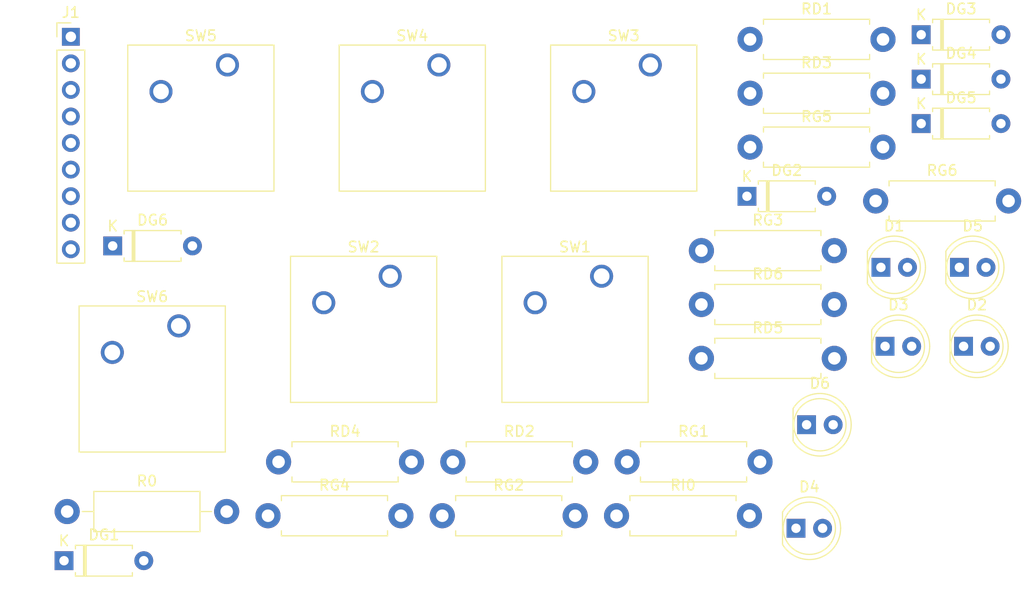
<source format=kicad_pcb>
(kicad_pcb (version 20171130) (host pcbnew "(5.1.9)-1")

  (general
    (thickness 1.6)
    (drawings 0)
    (tracks 0)
    (zones 0)
    (modules 33)
    (nets 24)
  )

  (page A4)
  (layers
    (0 F.Cu signal)
    (31 B.Cu signal)
    (32 B.Adhes user)
    (33 F.Adhes user)
    (34 B.Paste user)
    (35 F.Paste user)
    (36 B.SilkS user)
    (37 F.SilkS user)
    (38 B.Mask user)
    (39 F.Mask user)
    (40 Dwgs.User user)
    (41 Cmts.User user)
    (42 Eco1.User user)
    (43 Eco2.User user)
    (44 Edge.Cuts user)
    (45 Margin user)
    (46 B.CrtYd user)
    (47 F.CrtYd user)
    (48 B.Fab user)
    (49 F.Fab user)
  )

  (setup
    (last_trace_width 0.25)
    (trace_clearance 0.2)
    (zone_clearance 0.508)
    (zone_45_only no)
    (trace_min 0.2)
    (via_size 0.8)
    (via_drill 0.4)
    (via_min_size 0.4)
    (via_min_drill 0.3)
    (uvia_size 0.3)
    (uvia_drill 0.1)
    (uvias_allowed no)
    (uvia_min_size 0.2)
    (uvia_min_drill 0.1)
    (edge_width 0.05)
    (segment_width 0.2)
    (pcb_text_width 0.3)
    (pcb_text_size 1.5 1.5)
    (mod_edge_width 0.12)
    (mod_text_size 1 1)
    (mod_text_width 0.15)
    (pad_size 1.524 1.524)
    (pad_drill 0.762)
    (pad_to_mask_clearance 0)
    (aux_axis_origin 0 0)
    (visible_elements 7FFFFFFF)
    (pcbplotparams
      (layerselection 0x010fc_ffffffff)
      (usegerberextensions false)
      (usegerberattributes true)
      (usegerberadvancedattributes true)
      (creategerberjobfile true)
      (excludeedgelayer true)
      (linewidth 0.100000)
      (plotframeref false)
      (viasonmask false)
      (mode 1)
      (useauxorigin false)
      (hpglpennumber 1)
      (hpglpenspeed 20)
      (hpglpendiameter 15.000000)
      (psnegative false)
      (psa4output false)
      (plotreference true)
      (plotvalue true)
      (plotinvisibletext false)
      (padsonsilk false)
      (subtractmaskfromsilk false)
      (outputformat 1)
      (mirror false)
      (drillshape 1)
      (scaleselection 1)
      (outputdirectory ""))
  )

  (net 0 "")
  (net 1 "Net-(D1-Pad2)")
  (net 2 "Net-(D6-Pad1)")
  (net 3 GND)
  (net 4 +5V)
  (net 5 "Net-(D1-Pad1)")
  (net 6 "Net-(D2-Pad2)")
  (net 7 "Net-(D2-Pad1)")
  (net 8 "Net-(D3-Pad1)")
  (net 9 "Net-(D3-Pad2)")
  (net 10 "Net-(D4-Pad2)")
  (net 11 "Net-(D4-Pad1)")
  (net 12 "Net-(D5-Pad1)")
  (net 13 "Net-(D5-Pad2)")
  (net 14 "Net-(D6-Pad2)")
  (net 15 "Net-(DG1-Pad2)")
  (net 16 "Net-(DG1-Pad1)")
  (net 17 "Net-(DG2-Pad1)")
  (net 18 "Net-(DG3-Pad1)")
  (net 19 "Net-(DG4-Pad1)")
  (net 20 "Net-(DG5-Pad1)")
  (net 21 "Net-(DG6-Pad1)")
  (net 22 "Net-(J1-Pad3)")
  (net 23 "Net-(R0-Pad2)")

  (net_class Default "This is the default net class."
    (clearance 0.2)
    (trace_width 0.25)
    (via_dia 0.8)
    (via_drill 0.4)
    (uvia_dia 0.3)
    (uvia_drill 0.1)
    (add_net +5V)
    (add_net GND)
    (add_net "Net-(D1-Pad1)")
    (add_net "Net-(D1-Pad2)")
    (add_net "Net-(D2-Pad1)")
    (add_net "Net-(D2-Pad2)")
    (add_net "Net-(D3-Pad1)")
    (add_net "Net-(D3-Pad2)")
    (add_net "Net-(D4-Pad1)")
    (add_net "Net-(D4-Pad2)")
    (add_net "Net-(D5-Pad1)")
    (add_net "Net-(D5-Pad2)")
    (add_net "Net-(D6-Pad1)")
    (add_net "Net-(D6-Pad2)")
    (add_net "Net-(DG1-Pad1)")
    (add_net "Net-(DG1-Pad2)")
    (add_net "Net-(DG2-Pad1)")
    (add_net "Net-(DG3-Pad1)")
    (add_net "Net-(DG4-Pad1)")
    (add_net "Net-(DG5-Pad1)")
    (add_net "Net-(DG6-Pad1)")
    (add_net "Net-(J1-Pad3)")
    (add_net "Net-(R0-Pad2)")
  )

  (module LED_THT:LED_D5.0mm (layer F.Cu) (tedit 5995936A) (tstamp 608BF989)
    (at 167.109001 82.549001)
    (descr "LED, diameter 5.0mm, 2 pins, http://cdn-reichelt.de/documents/datenblatt/A500/LL-504BC2E-009.pdf")
    (tags "LED diameter 5.0mm 2 pins")
    (path /608E2BF5)
    (fp_text reference D1 (at 1.27 -3.96) (layer F.SilkS)
      (effects (font (size 1 1) (thickness 0.15)))
    )
    (fp_text value LED (at 1.27 3.96) (layer F.Fab)
      (effects (font (size 1 1) (thickness 0.15)))
    )
    (fp_text user %R (at 1.25 0) (layer F.Fab)
      (effects (font (size 0.8 0.8) (thickness 0.2)))
    )
    (fp_arc (start 1.27 0) (end -1.29 1.54483) (angle -148.9) (layer F.SilkS) (width 0.12))
    (fp_arc (start 1.27 0) (end -1.29 -1.54483) (angle 148.9) (layer F.SilkS) (width 0.12))
    (fp_arc (start 1.27 0) (end -1.23 -1.469694) (angle 299.1) (layer F.Fab) (width 0.1))
    (fp_circle (center 1.27 0) (end 3.77 0) (layer F.Fab) (width 0.1))
    (fp_circle (center 1.27 0) (end 3.77 0) (layer F.SilkS) (width 0.12))
    (fp_line (start -1.23 -1.469694) (end -1.23 1.469694) (layer F.Fab) (width 0.1))
    (fp_line (start -1.29 -1.545) (end -1.29 1.545) (layer F.SilkS) (width 0.12))
    (fp_line (start -1.95 -3.25) (end -1.95 3.25) (layer F.CrtYd) (width 0.05))
    (fp_line (start -1.95 3.25) (end 4.5 3.25) (layer F.CrtYd) (width 0.05))
    (fp_line (start 4.5 3.25) (end 4.5 -3.25) (layer F.CrtYd) (width 0.05))
    (fp_line (start 4.5 -3.25) (end -1.95 -3.25) (layer F.CrtYd) (width 0.05))
    (pad 2 thru_hole circle (at 2.54 0) (size 1.8 1.8) (drill 0.9) (layers *.Cu *.Mask)
      (net 1 "Net-(D1-Pad2)"))
    (pad 1 thru_hole rect (at 0 0) (size 1.8 1.8) (drill 0.9) (layers *.Cu *.Mask)
      (net 5 "Net-(D1-Pad1)"))
    (model ${KISYS3DMOD}/LED_THT.3dshapes/LED_D5.0mm.wrl
      (at (xyz 0 0 0))
      (scale (xyz 1 1 1))
      (rotate (xyz 0 0 0))
    )
  )

  (module LED_THT:LED_D5.0mm (layer F.Cu) (tedit 5995936A) (tstamp 608BF99B)
    (at 175.009001 90.099001)
    (descr "LED, diameter 5.0mm, 2 pins, http://cdn-reichelt.de/documents/datenblatt/A500/LL-504BC2E-009.pdf")
    (tags "LED diameter 5.0mm 2 pins")
    (path /608E719E)
    (fp_text reference D2 (at 1.27 -3.96) (layer F.SilkS)
      (effects (font (size 1 1) (thickness 0.15)))
    )
    (fp_text value LED (at 1.27 3.96) (layer F.Fab)
      (effects (font (size 1 1) (thickness 0.15)))
    )
    (fp_text user %R (at 1.25 0) (layer F.Fab)
      (effects (font (size 0.8 0.8) (thickness 0.2)))
    )
    (fp_arc (start 1.27 0) (end -1.29 1.54483) (angle -148.9) (layer F.SilkS) (width 0.12))
    (fp_arc (start 1.27 0) (end -1.29 -1.54483) (angle 148.9) (layer F.SilkS) (width 0.12))
    (fp_arc (start 1.27 0) (end -1.23 -1.469694) (angle 299.1) (layer F.Fab) (width 0.1))
    (fp_circle (center 1.27 0) (end 3.77 0) (layer F.Fab) (width 0.1))
    (fp_circle (center 1.27 0) (end 3.77 0) (layer F.SilkS) (width 0.12))
    (fp_line (start -1.23 -1.469694) (end -1.23 1.469694) (layer F.Fab) (width 0.1))
    (fp_line (start -1.29 -1.545) (end -1.29 1.545) (layer F.SilkS) (width 0.12))
    (fp_line (start -1.95 -3.25) (end -1.95 3.25) (layer F.CrtYd) (width 0.05))
    (fp_line (start -1.95 3.25) (end 4.5 3.25) (layer F.CrtYd) (width 0.05))
    (fp_line (start 4.5 3.25) (end 4.5 -3.25) (layer F.CrtYd) (width 0.05))
    (fp_line (start 4.5 -3.25) (end -1.95 -3.25) (layer F.CrtYd) (width 0.05))
    (pad 2 thru_hole circle (at 2.54 0) (size 1.8 1.8) (drill 0.9) (layers *.Cu *.Mask)
      (net 6 "Net-(D2-Pad2)"))
    (pad 1 thru_hole rect (at 0 0) (size 1.8 1.8) (drill 0.9) (layers *.Cu *.Mask)
      (net 7 "Net-(D2-Pad1)"))
    (model ${KISYS3DMOD}/LED_THT.3dshapes/LED_D5.0mm.wrl
      (at (xyz 0 0 0))
      (scale (xyz 1 1 1))
      (rotate (xyz 0 0 0))
    )
  )

  (module LED_THT:LED_D5.0mm (layer F.Cu) (tedit 5995936A) (tstamp 608BF9AD)
    (at 167.509001 90.099001)
    (descr "LED, diameter 5.0mm, 2 pins, http://cdn-reichelt.de/documents/datenblatt/A500/LL-504BC2E-009.pdf")
    (tags "LED diameter 5.0mm 2 pins")
    (path /608E8B54)
    (fp_text reference D3 (at 1.27 -3.96) (layer F.SilkS)
      (effects (font (size 1 1) (thickness 0.15)))
    )
    (fp_text value LED (at 1.27 3.96) (layer F.Fab)
      (effects (font (size 1 1) (thickness 0.15)))
    )
    (fp_line (start 4.5 -3.25) (end -1.95 -3.25) (layer F.CrtYd) (width 0.05))
    (fp_line (start 4.5 3.25) (end 4.5 -3.25) (layer F.CrtYd) (width 0.05))
    (fp_line (start -1.95 3.25) (end 4.5 3.25) (layer F.CrtYd) (width 0.05))
    (fp_line (start -1.95 -3.25) (end -1.95 3.25) (layer F.CrtYd) (width 0.05))
    (fp_line (start -1.29 -1.545) (end -1.29 1.545) (layer F.SilkS) (width 0.12))
    (fp_line (start -1.23 -1.469694) (end -1.23 1.469694) (layer F.Fab) (width 0.1))
    (fp_circle (center 1.27 0) (end 3.77 0) (layer F.SilkS) (width 0.12))
    (fp_circle (center 1.27 0) (end 3.77 0) (layer F.Fab) (width 0.1))
    (fp_arc (start 1.27 0) (end -1.23 -1.469694) (angle 299.1) (layer F.Fab) (width 0.1))
    (fp_arc (start 1.27 0) (end -1.29 -1.54483) (angle 148.9) (layer F.SilkS) (width 0.12))
    (fp_arc (start 1.27 0) (end -1.29 1.54483) (angle -148.9) (layer F.SilkS) (width 0.12))
    (fp_text user %R (at 1.25 0) (layer F.Fab)
      (effects (font (size 0.8 0.8) (thickness 0.2)))
    )
    (pad 1 thru_hole rect (at 0 0) (size 1.8 1.8) (drill 0.9) (layers *.Cu *.Mask)
      (net 8 "Net-(D3-Pad1)"))
    (pad 2 thru_hole circle (at 2.54 0) (size 1.8 1.8) (drill 0.9) (layers *.Cu *.Mask)
      (net 9 "Net-(D3-Pad2)"))
    (model ${KISYS3DMOD}/LED_THT.3dshapes/LED_D5.0mm.wrl
      (at (xyz 0 0 0))
      (scale (xyz 1 1 1))
      (rotate (xyz 0 0 0))
    )
  )

  (module LED_THT:LED_D5.0mm (layer F.Cu) (tedit 5995936A) (tstamp 608BF9BF)
    (at 158.999001 107.499001)
    (descr "LED, diameter 5.0mm, 2 pins, http://cdn-reichelt.de/documents/datenblatt/A500/LL-504BC2E-009.pdf")
    (tags "LED diameter 5.0mm 2 pins")
    (path /608EA7AD)
    (fp_text reference D4 (at 1.27 -3.96) (layer F.SilkS)
      (effects (font (size 1 1) (thickness 0.15)))
    )
    (fp_text value LED (at 1.27 3.96) (layer F.Fab)
      (effects (font (size 1 1) (thickness 0.15)))
    )
    (fp_text user %R (at 1.25 0) (layer F.Fab)
      (effects (font (size 0.8 0.8) (thickness 0.2)))
    )
    (fp_arc (start 1.27 0) (end -1.29 1.54483) (angle -148.9) (layer F.SilkS) (width 0.12))
    (fp_arc (start 1.27 0) (end -1.29 -1.54483) (angle 148.9) (layer F.SilkS) (width 0.12))
    (fp_arc (start 1.27 0) (end -1.23 -1.469694) (angle 299.1) (layer F.Fab) (width 0.1))
    (fp_circle (center 1.27 0) (end 3.77 0) (layer F.Fab) (width 0.1))
    (fp_circle (center 1.27 0) (end 3.77 0) (layer F.SilkS) (width 0.12))
    (fp_line (start -1.23 -1.469694) (end -1.23 1.469694) (layer F.Fab) (width 0.1))
    (fp_line (start -1.29 -1.545) (end -1.29 1.545) (layer F.SilkS) (width 0.12))
    (fp_line (start -1.95 -3.25) (end -1.95 3.25) (layer F.CrtYd) (width 0.05))
    (fp_line (start -1.95 3.25) (end 4.5 3.25) (layer F.CrtYd) (width 0.05))
    (fp_line (start 4.5 3.25) (end 4.5 -3.25) (layer F.CrtYd) (width 0.05))
    (fp_line (start 4.5 -3.25) (end -1.95 -3.25) (layer F.CrtYd) (width 0.05))
    (pad 2 thru_hole circle (at 2.54 0) (size 1.8 1.8) (drill 0.9) (layers *.Cu *.Mask)
      (net 10 "Net-(D4-Pad2)"))
    (pad 1 thru_hole rect (at 0 0) (size 1.8 1.8) (drill 0.9) (layers *.Cu *.Mask)
      (net 11 "Net-(D4-Pad1)"))
    (model ${KISYS3DMOD}/LED_THT.3dshapes/LED_D5.0mm.wrl
      (at (xyz 0 0 0))
      (scale (xyz 1 1 1))
      (rotate (xyz 0 0 0))
    )
  )

  (module LED_THT:LED_D5.0mm (layer F.Cu) (tedit 5995936A) (tstamp 608BF9D1)
    (at 174.609001 82.549001)
    (descr "LED, diameter 5.0mm, 2 pins, http://cdn-reichelt.de/documents/datenblatt/A500/LL-504BC2E-009.pdf")
    (tags "LED diameter 5.0mm 2 pins")
    (path /608ECCFA)
    (fp_text reference D5 (at 1.27 -3.96) (layer F.SilkS)
      (effects (font (size 1 1) (thickness 0.15)))
    )
    (fp_text value LED (at 1.27 3.96) (layer F.Fab)
      (effects (font (size 1 1) (thickness 0.15)))
    )
    (fp_line (start 4.5 -3.25) (end -1.95 -3.25) (layer F.CrtYd) (width 0.05))
    (fp_line (start 4.5 3.25) (end 4.5 -3.25) (layer F.CrtYd) (width 0.05))
    (fp_line (start -1.95 3.25) (end 4.5 3.25) (layer F.CrtYd) (width 0.05))
    (fp_line (start -1.95 -3.25) (end -1.95 3.25) (layer F.CrtYd) (width 0.05))
    (fp_line (start -1.29 -1.545) (end -1.29 1.545) (layer F.SilkS) (width 0.12))
    (fp_line (start -1.23 -1.469694) (end -1.23 1.469694) (layer F.Fab) (width 0.1))
    (fp_circle (center 1.27 0) (end 3.77 0) (layer F.SilkS) (width 0.12))
    (fp_circle (center 1.27 0) (end 3.77 0) (layer F.Fab) (width 0.1))
    (fp_arc (start 1.27 0) (end -1.23 -1.469694) (angle 299.1) (layer F.Fab) (width 0.1))
    (fp_arc (start 1.27 0) (end -1.29 -1.54483) (angle 148.9) (layer F.SilkS) (width 0.12))
    (fp_arc (start 1.27 0) (end -1.29 1.54483) (angle -148.9) (layer F.SilkS) (width 0.12))
    (fp_text user %R (at 1.25 0) (layer F.Fab)
      (effects (font (size 0.8 0.8) (thickness 0.2)))
    )
    (pad 1 thru_hole rect (at 0 0) (size 1.8 1.8) (drill 0.9) (layers *.Cu *.Mask)
      (net 12 "Net-(D5-Pad1)"))
    (pad 2 thru_hole circle (at 2.54 0) (size 1.8 1.8) (drill 0.9) (layers *.Cu *.Mask)
      (net 13 "Net-(D5-Pad2)"))
    (model ${KISYS3DMOD}/LED_THT.3dshapes/LED_D5.0mm.wrl
      (at (xyz 0 0 0))
      (scale (xyz 1 1 1))
      (rotate (xyz 0 0 0))
    )
  )

  (module LED_THT:LED_D5.0mm (layer F.Cu) (tedit 5995936A) (tstamp 608BF9E3)
    (at 160.009001 97.599001)
    (descr "LED, diameter 5.0mm, 2 pins, http://cdn-reichelt.de/documents/datenblatt/A500/LL-504BC2E-009.pdf")
    (tags "LED diameter 5.0mm 2 pins")
    (path /608F065B)
    (fp_text reference D6 (at 1.27 -3.96) (layer F.SilkS)
      (effects (font (size 1 1) (thickness 0.15)))
    )
    (fp_text value LED (at 1.27 3.96) (layer F.Fab)
      (effects (font (size 1 1) (thickness 0.15)))
    )
    (fp_line (start 4.5 -3.25) (end -1.95 -3.25) (layer F.CrtYd) (width 0.05))
    (fp_line (start 4.5 3.25) (end 4.5 -3.25) (layer F.CrtYd) (width 0.05))
    (fp_line (start -1.95 3.25) (end 4.5 3.25) (layer F.CrtYd) (width 0.05))
    (fp_line (start -1.95 -3.25) (end -1.95 3.25) (layer F.CrtYd) (width 0.05))
    (fp_line (start -1.29 -1.545) (end -1.29 1.545) (layer F.SilkS) (width 0.12))
    (fp_line (start -1.23 -1.469694) (end -1.23 1.469694) (layer F.Fab) (width 0.1))
    (fp_circle (center 1.27 0) (end 3.77 0) (layer F.SilkS) (width 0.12))
    (fp_circle (center 1.27 0) (end 3.77 0) (layer F.Fab) (width 0.1))
    (fp_arc (start 1.27 0) (end -1.23 -1.469694) (angle 299.1) (layer F.Fab) (width 0.1))
    (fp_arc (start 1.27 0) (end -1.29 -1.54483) (angle 148.9) (layer F.SilkS) (width 0.12))
    (fp_arc (start 1.27 0) (end -1.29 1.54483) (angle -148.9) (layer F.SilkS) (width 0.12))
    (fp_text user %R (at 1.25 0) (layer F.Fab)
      (effects (font (size 0.8 0.8) (thickness 0.2)))
    )
    (pad 1 thru_hole rect (at 0 0) (size 1.8 1.8) (drill 0.9) (layers *.Cu *.Mask)
      (net 2 "Net-(D6-Pad1)"))
    (pad 2 thru_hole circle (at 2.54 0) (size 1.8 1.8) (drill 0.9) (layers *.Cu *.Mask)
      (net 14 "Net-(D6-Pad2)"))
    (model ${KISYS3DMOD}/LED_THT.3dshapes/LED_D5.0mm.wrl
      (at (xyz 0 0 0))
      (scale (xyz 1 1 1))
      (rotate (xyz 0 0 0))
    )
  )

  (module Diode_THT:D_A-405_P7.62mm_Horizontal (layer F.Cu) (tedit 5AE50CD5) (tstamp 608BFA02)
    (at 89.059001 110.599001)
    (descr "Diode, A-405 series, Axial, Horizontal, pin pitch=7.62mm, , length*diameter=5.2*2.7mm^2, , http://www.diodes.com/_files/packages/A-405.pdf")
    (tags "Diode A-405 series Axial Horizontal pin pitch 7.62mm  length 5.2mm diameter 2.7mm")
    (path /608B6289)
    (fp_text reference DG1 (at 3.81 -2.47) (layer F.SilkS)
      (effects (font (size 1 1) (thickness 0.15)))
    )
    (fp_text value DIODE (at 3.81 2.47) (layer F.Fab)
      (effects (font (size 1 1) (thickness 0.15)))
    )
    (fp_text user K (at 0 -1.9) (layer F.SilkS)
      (effects (font (size 1 1) (thickness 0.15)))
    )
    (fp_text user K (at 0 -1.9) (layer F.Fab)
      (effects (font (size 1 1) (thickness 0.15)))
    )
    (fp_text user %R (at 4.2 0) (layer F.Fab)
      (effects (font (size 1 1) (thickness 0.15)))
    )
    (fp_line (start 1.21 -1.35) (end 1.21 1.35) (layer F.Fab) (width 0.1))
    (fp_line (start 1.21 1.35) (end 6.41 1.35) (layer F.Fab) (width 0.1))
    (fp_line (start 6.41 1.35) (end 6.41 -1.35) (layer F.Fab) (width 0.1))
    (fp_line (start 6.41 -1.35) (end 1.21 -1.35) (layer F.Fab) (width 0.1))
    (fp_line (start 0 0) (end 1.21 0) (layer F.Fab) (width 0.1))
    (fp_line (start 7.62 0) (end 6.41 0) (layer F.Fab) (width 0.1))
    (fp_line (start 1.99 -1.35) (end 1.99 1.35) (layer F.Fab) (width 0.1))
    (fp_line (start 2.09 -1.35) (end 2.09 1.35) (layer F.Fab) (width 0.1))
    (fp_line (start 1.89 -1.35) (end 1.89 1.35) (layer F.Fab) (width 0.1))
    (fp_line (start 1.09 -1.14) (end 1.09 -1.47) (layer F.SilkS) (width 0.12))
    (fp_line (start 1.09 -1.47) (end 6.53 -1.47) (layer F.SilkS) (width 0.12))
    (fp_line (start 6.53 -1.47) (end 6.53 -1.14) (layer F.SilkS) (width 0.12))
    (fp_line (start 1.09 1.14) (end 1.09 1.47) (layer F.SilkS) (width 0.12))
    (fp_line (start 1.09 1.47) (end 6.53 1.47) (layer F.SilkS) (width 0.12))
    (fp_line (start 6.53 1.47) (end 6.53 1.14) (layer F.SilkS) (width 0.12))
    (fp_line (start 1.99 -1.47) (end 1.99 1.47) (layer F.SilkS) (width 0.12))
    (fp_line (start 2.11 -1.47) (end 2.11 1.47) (layer F.SilkS) (width 0.12))
    (fp_line (start 1.87 -1.47) (end 1.87 1.47) (layer F.SilkS) (width 0.12))
    (fp_line (start -1.15 -1.6) (end -1.15 1.6) (layer F.CrtYd) (width 0.05))
    (fp_line (start -1.15 1.6) (end 8.77 1.6) (layer F.CrtYd) (width 0.05))
    (fp_line (start 8.77 1.6) (end 8.77 -1.6) (layer F.CrtYd) (width 0.05))
    (fp_line (start 8.77 -1.6) (end -1.15 -1.6) (layer F.CrtYd) (width 0.05))
    (pad 2 thru_hole oval (at 7.62 0) (size 1.8 1.8) (drill 0.9) (layers *.Cu *.Mask)
      (net 15 "Net-(DG1-Pad2)"))
    (pad 1 thru_hole rect (at 0 0) (size 1.8 1.8) (drill 0.9) (layers *.Cu *.Mask)
      (net 16 "Net-(DG1-Pad1)"))
    (model ${KISYS3DMOD}/Diode_THT.3dshapes/D_A-405_P7.62mm_Horizontal.wrl
      (at (xyz 0 0 0))
      (scale (xyz 1 1 1))
      (rotate (xyz 0 0 0))
    )
  )

  (module Diode_THT:D_A-405_P7.62mm_Horizontal (layer F.Cu) (tedit 5AE50CD5) (tstamp 608BFA21)
    (at 154.309001 75.749001)
    (descr "Diode, A-405 series, Axial, Horizontal, pin pitch=7.62mm, , length*diameter=5.2*2.7mm^2, , http://www.diodes.com/_files/packages/A-405.pdf")
    (tags "Diode A-405 series Axial Horizontal pin pitch 7.62mm  length 5.2mm diameter 2.7mm")
    (path /608BA6C2)
    (fp_text reference DG2 (at 3.81 -2.47) (layer F.SilkS)
      (effects (font (size 1 1) (thickness 0.15)))
    )
    (fp_text value DIODE (at 3.81 2.47) (layer F.Fab)
      (effects (font (size 1 1) (thickness 0.15)))
    )
    (fp_line (start 8.77 -1.6) (end -1.15 -1.6) (layer F.CrtYd) (width 0.05))
    (fp_line (start 8.77 1.6) (end 8.77 -1.6) (layer F.CrtYd) (width 0.05))
    (fp_line (start -1.15 1.6) (end 8.77 1.6) (layer F.CrtYd) (width 0.05))
    (fp_line (start -1.15 -1.6) (end -1.15 1.6) (layer F.CrtYd) (width 0.05))
    (fp_line (start 1.87 -1.47) (end 1.87 1.47) (layer F.SilkS) (width 0.12))
    (fp_line (start 2.11 -1.47) (end 2.11 1.47) (layer F.SilkS) (width 0.12))
    (fp_line (start 1.99 -1.47) (end 1.99 1.47) (layer F.SilkS) (width 0.12))
    (fp_line (start 6.53 1.47) (end 6.53 1.14) (layer F.SilkS) (width 0.12))
    (fp_line (start 1.09 1.47) (end 6.53 1.47) (layer F.SilkS) (width 0.12))
    (fp_line (start 1.09 1.14) (end 1.09 1.47) (layer F.SilkS) (width 0.12))
    (fp_line (start 6.53 -1.47) (end 6.53 -1.14) (layer F.SilkS) (width 0.12))
    (fp_line (start 1.09 -1.47) (end 6.53 -1.47) (layer F.SilkS) (width 0.12))
    (fp_line (start 1.09 -1.14) (end 1.09 -1.47) (layer F.SilkS) (width 0.12))
    (fp_line (start 1.89 -1.35) (end 1.89 1.35) (layer F.Fab) (width 0.1))
    (fp_line (start 2.09 -1.35) (end 2.09 1.35) (layer F.Fab) (width 0.1))
    (fp_line (start 1.99 -1.35) (end 1.99 1.35) (layer F.Fab) (width 0.1))
    (fp_line (start 7.62 0) (end 6.41 0) (layer F.Fab) (width 0.1))
    (fp_line (start 0 0) (end 1.21 0) (layer F.Fab) (width 0.1))
    (fp_line (start 6.41 -1.35) (end 1.21 -1.35) (layer F.Fab) (width 0.1))
    (fp_line (start 6.41 1.35) (end 6.41 -1.35) (layer F.Fab) (width 0.1))
    (fp_line (start 1.21 1.35) (end 6.41 1.35) (layer F.Fab) (width 0.1))
    (fp_line (start 1.21 -1.35) (end 1.21 1.35) (layer F.Fab) (width 0.1))
    (fp_text user %R (at 4.2 0) (layer F.Fab)
      (effects (font (size 1 1) (thickness 0.15)))
    )
    (fp_text user K (at 0 -1.9) (layer F.Fab)
      (effects (font (size 1 1) (thickness 0.15)))
    )
    (fp_text user K (at 0 -1.9) (layer F.SilkS)
      (effects (font (size 1 1) (thickness 0.15)))
    )
    (pad 1 thru_hole rect (at 0 0) (size 1.8 1.8) (drill 0.9) (layers *.Cu *.Mask)
      (net 17 "Net-(DG2-Pad1)"))
    (pad 2 thru_hole oval (at 7.62 0) (size 1.8 1.8) (drill 0.9) (layers *.Cu *.Mask)
      (net 15 "Net-(DG1-Pad2)"))
    (model ${KISYS3DMOD}/Diode_THT.3dshapes/D_A-405_P7.62mm_Horizontal.wrl
      (at (xyz 0 0 0))
      (scale (xyz 1 1 1))
      (rotate (xyz 0 0 0))
    )
  )

  (module Diode_THT:D_A-405_P7.62mm_Horizontal (layer F.Cu) (tedit 5AE50CD5) (tstamp 608BFA40)
    (at 170.959001 60.299001)
    (descr "Diode, A-405 series, Axial, Horizontal, pin pitch=7.62mm, , length*diameter=5.2*2.7mm^2, , http://www.diodes.com/_files/packages/A-405.pdf")
    (tags "Diode A-405 series Axial Horizontal pin pitch 7.62mm  length 5.2mm diameter 2.7mm")
    (path /608BC5BA)
    (fp_text reference DG3 (at 3.81 -2.47) (layer F.SilkS)
      (effects (font (size 1 1) (thickness 0.15)))
    )
    (fp_text value DIODE (at 3.81 2.47) (layer F.Fab)
      (effects (font (size 1 1) (thickness 0.15)))
    )
    (fp_text user K (at 0 -1.9) (layer F.SilkS)
      (effects (font (size 1 1) (thickness 0.15)))
    )
    (fp_text user K (at 0 -1.9) (layer F.Fab)
      (effects (font (size 1 1) (thickness 0.15)))
    )
    (fp_text user %R (at 4.2 0) (layer F.Fab)
      (effects (font (size 1 1) (thickness 0.15)))
    )
    (fp_line (start 1.21 -1.35) (end 1.21 1.35) (layer F.Fab) (width 0.1))
    (fp_line (start 1.21 1.35) (end 6.41 1.35) (layer F.Fab) (width 0.1))
    (fp_line (start 6.41 1.35) (end 6.41 -1.35) (layer F.Fab) (width 0.1))
    (fp_line (start 6.41 -1.35) (end 1.21 -1.35) (layer F.Fab) (width 0.1))
    (fp_line (start 0 0) (end 1.21 0) (layer F.Fab) (width 0.1))
    (fp_line (start 7.62 0) (end 6.41 0) (layer F.Fab) (width 0.1))
    (fp_line (start 1.99 -1.35) (end 1.99 1.35) (layer F.Fab) (width 0.1))
    (fp_line (start 2.09 -1.35) (end 2.09 1.35) (layer F.Fab) (width 0.1))
    (fp_line (start 1.89 -1.35) (end 1.89 1.35) (layer F.Fab) (width 0.1))
    (fp_line (start 1.09 -1.14) (end 1.09 -1.47) (layer F.SilkS) (width 0.12))
    (fp_line (start 1.09 -1.47) (end 6.53 -1.47) (layer F.SilkS) (width 0.12))
    (fp_line (start 6.53 -1.47) (end 6.53 -1.14) (layer F.SilkS) (width 0.12))
    (fp_line (start 1.09 1.14) (end 1.09 1.47) (layer F.SilkS) (width 0.12))
    (fp_line (start 1.09 1.47) (end 6.53 1.47) (layer F.SilkS) (width 0.12))
    (fp_line (start 6.53 1.47) (end 6.53 1.14) (layer F.SilkS) (width 0.12))
    (fp_line (start 1.99 -1.47) (end 1.99 1.47) (layer F.SilkS) (width 0.12))
    (fp_line (start 2.11 -1.47) (end 2.11 1.47) (layer F.SilkS) (width 0.12))
    (fp_line (start 1.87 -1.47) (end 1.87 1.47) (layer F.SilkS) (width 0.12))
    (fp_line (start -1.15 -1.6) (end -1.15 1.6) (layer F.CrtYd) (width 0.05))
    (fp_line (start -1.15 1.6) (end 8.77 1.6) (layer F.CrtYd) (width 0.05))
    (fp_line (start 8.77 1.6) (end 8.77 -1.6) (layer F.CrtYd) (width 0.05))
    (fp_line (start 8.77 -1.6) (end -1.15 -1.6) (layer F.CrtYd) (width 0.05))
    (pad 2 thru_hole oval (at 7.62 0) (size 1.8 1.8) (drill 0.9) (layers *.Cu *.Mask)
      (net 15 "Net-(DG1-Pad2)"))
    (pad 1 thru_hole rect (at 0 0) (size 1.8 1.8) (drill 0.9) (layers *.Cu *.Mask)
      (net 18 "Net-(DG3-Pad1)"))
    (model ${KISYS3DMOD}/Diode_THT.3dshapes/D_A-405_P7.62mm_Horizontal.wrl
      (at (xyz 0 0 0))
      (scale (xyz 1 1 1))
      (rotate (xyz 0 0 0))
    )
  )

  (module Diode_THT:D_A-405_P7.62mm_Horizontal (layer F.Cu) (tedit 5AE50CD5) (tstamp 608BFA5F)
    (at 170.959001 64.549001)
    (descr "Diode, A-405 series, Axial, Horizontal, pin pitch=7.62mm, , length*diameter=5.2*2.7mm^2, , http://www.diodes.com/_files/packages/A-405.pdf")
    (tags "Diode A-405 series Axial Horizontal pin pitch 7.62mm  length 5.2mm diameter 2.7mm")
    (path /608BDD89)
    (fp_text reference DG4 (at 3.81 -2.47) (layer F.SilkS)
      (effects (font (size 1 1) (thickness 0.15)))
    )
    (fp_text value DIODE (at 3.81 2.47) (layer F.Fab)
      (effects (font (size 1 1) (thickness 0.15)))
    )
    (fp_line (start 8.77 -1.6) (end -1.15 -1.6) (layer F.CrtYd) (width 0.05))
    (fp_line (start 8.77 1.6) (end 8.77 -1.6) (layer F.CrtYd) (width 0.05))
    (fp_line (start -1.15 1.6) (end 8.77 1.6) (layer F.CrtYd) (width 0.05))
    (fp_line (start -1.15 -1.6) (end -1.15 1.6) (layer F.CrtYd) (width 0.05))
    (fp_line (start 1.87 -1.47) (end 1.87 1.47) (layer F.SilkS) (width 0.12))
    (fp_line (start 2.11 -1.47) (end 2.11 1.47) (layer F.SilkS) (width 0.12))
    (fp_line (start 1.99 -1.47) (end 1.99 1.47) (layer F.SilkS) (width 0.12))
    (fp_line (start 6.53 1.47) (end 6.53 1.14) (layer F.SilkS) (width 0.12))
    (fp_line (start 1.09 1.47) (end 6.53 1.47) (layer F.SilkS) (width 0.12))
    (fp_line (start 1.09 1.14) (end 1.09 1.47) (layer F.SilkS) (width 0.12))
    (fp_line (start 6.53 -1.47) (end 6.53 -1.14) (layer F.SilkS) (width 0.12))
    (fp_line (start 1.09 -1.47) (end 6.53 -1.47) (layer F.SilkS) (width 0.12))
    (fp_line (start 1.09 -1.14) (end 1.09 -1.47) (layer F.SilkS) (width 0.12))
    (fp_line (start 1.89 -1.35) (end 1.89 1.35) (layer F.Fab) (width 0.1))
    (fp_line (start 2.09 -1.35) (end 2.09 1.35) (layer F.Fab) (width 0.1))
    (fp_line (start 1.99 -1.35) (end 1.99 1.35) (layer F.Fab) (width 0.1))
    (fp_line (start 7.62 0) (end 6.41 0) (layer F.Fab) (width 0.1))
    (fp_line (start 0 0) (end 1.21 0) (layer F.Fab) (width 0.1))
    (fp_line (start 6.41 -1.35) (end 1.21 -1.35) (layer F.Fab) (width 0.1))
    (fp_line (start 6.41 1.35) (end 6.41 -1.35) (layer F.Fab) (width 0.1))
    (fp_line (start 1.21 1.35) (end 6.41 1.35) (layer F.Fab) (width 0.1))
    (fp_line (start 1.21 -1.35) (end 1.21 1.35) (layer F.Fab) (width 0.1))
    (fp_text user %R (at 4.2 0) (layer F.Fab)
      (effects (font (size 1 1) (thickness 0.15)))
    )
    (fp_text user K (at 0 -1.9) (layer F.Fab)
      (effects (font (size 1 1) (thickness 0.15)))
    )
    (fp_text user K (at 0 -1.9) (layer F.SilkS)
      (effects (font (size 1 1) (thickness 0.15)))
    )
    (pad 1 thru_hole rect (at 0 0) (size 1.8 1.8) (drill 0.9) (layers *.Cu *.Mask)
      (net 19 "Net-(DG4-Pad1)"))
    (pad 2 thru_hole oval (at 7.62 0) (size 1.8 1.8) (drill 0.9) (layers *.Cu *.Mask)
      (net 15 "Net-(DG1-Pad2)"))
    (model ${KISYS3DMOD}/Diode_THT.3dshapes/D_A-405_P7.62mm_Horizontal.wrl
      (at (xyz 0 0 0))
      (scale (xyz 1 1 1))
      (rotate (xyz 0 0 0))
    )
  )

  (module Diode_THT:D_A-405_P7.62mm_Horizontal (layer F.Cu) (tedit 5AE50CD5) (tstamp 608BFA7E)
    (at 170.959001 68.799001)
    (descr "Diode, A-405 series, Axial, Horizontal, pin pitch=7.62mm, , length*diameter=5.2*2.7mm^2, , http://www.diodes.com/_files/packages/A-405.pdf")
    (tags "Diode A-405 series Axial Horizontal pin pitch 7.62mm  length 5.2mm diameter 2.7mm")
    (path /608BF1AA)
    (fp_text reference DG5 (at 3.81 -2.47) (layer F.SilkS)
      (effects (font (size 1 1) (thickness 0.15)))
    )
    (fp_text value DIODE (at 3.81 2.47) (layer F.Fab)
      (effects (font (size 1 1) (thickness 0.15)))
    )
    (fp_line (start 8.77 -1.6) (end -1.15 -1.6) (layer F.CrtYd) (width 0.05))
    (fp_line (start 8.77 1.6) (end 8.77 -1.6) (layer F.CrtYd) (width 0.05))
    (fp_line (start -1.15 1.6) (end 8.77 1.6) (layer F.CrtYd) (width 0.05))
    (fp_line (start -1.15 -1.6) (end -1.15 1.6) (layer F.CrtYd) (width 0.05))
    (fp_line (start 1.87 -1.47) (end 1.87 1.47) (layer F.SilkS) (width 0.12))
    (fp_line (start 2.11 -1.47) (end 2.11 1.47) (layer F.SilkS) (width 0.12))
    (fp_line (start 1.99 -1.47) (end 1.99 1.47) (layer F.SilkS) (width 0.12))
    (fp_line (start 6.53 1.47) (end 6.53 1.14) (layer F.SilkS) (width 0.12))
    (fp_line (start 1.09 1.47) (end 6.53 1.47) (layer F.SilkS) (width 0.12))
    (fp_line (start 1.09 1.14) (end 1.09 1.47) (layer F.SilkS) (width 0.12))
    (fp_line (start 6.53 -1.47) (end 6.53 -1.14) (layer F.SilkS) (width 0.12))
    (fp_line (start 1.09 -1.47) (end 6.53 -1.47) (layer F.SilkS) (width 0.12))
    (fp_line (start 1.09 -1.14) (end 1.09 -1.47) (layer F.SilkS) (width 0.12))
    (fp_line (start 1.89 -1.35) (end 1.89 1.35) (layer F.Fab) (width 0.1))
    (fp_line (start 2.09 -1.35) (end 2.09 1.35) (layer F.Fab) (width 0.1))
    (fp_line (start 1.99 -1.35) (end 1.99 1.35) (layer F.Fab) (width 0.1))
    (fp_line (start 7.62 0) (end 6.41 0) (layer F.Fab) (width 0.1))
    (fp_line (start 0 0) (end 1.21 0) (layer F.Fab) (width 0.1))
    (fp_line (start 6.41 -1.35) (end 1.21 -1.35) (layer F.Fab) (width 0.1))
    (fp_line (start 6.41 1.35) (end 6.41 -1.35) (layer F.Fab) (width 0.1))
    (fp_line (start 1.21 1.35) (end 6.41 1.35) (layer F.Fab) (width 0.1))
    (fp_line (start 1.21 -1.35) (end 1.21 1.35) (layer F.Fab) (width 0.1))
    (fp_text user %R (at 4.2 0) (layer F.Fab)
      (effects (font (size 1 1) (thickness 0.15)))
    )
    (fp_text user K (at 0 -1.9) (layer F.Fab)
      (effects (font (size 1 1) (thickness 0.15)))
    )
    (fp_text user K (at 0 -1.9) (layer F.SilkS)
      (effects (font (size 1 1) (thickness 0.15)))
    )
    (pad 1 thru_hole rect (at 0 0) (size 1.8 1.8) (drill 0.9) (layers *.Cu *.Mask)
      (net 20 "Net-(DG5-Pad1)"))
    (pad 2 thru_hole oval (at 7.62 0) (size 1.8 1.8) (drill 0.9) (layers *.Cu *.Mask)
      (net 15 "Net-(DG1-Pad2)"))
    (model ${KISYS3DMOD}/Diode_THT.3dshapes/D_A-405_P7.62mm_Horizontal.wrl
      (at (xyz 0 0 0))
      (scale (xyz 1 1 1))
      (rotate (xyz 0 0 0))
    )
  )

  (module Diode_THT:D_A-405_P7.62mm_Horizontal (layer F.Cu) (tedit 5AE50CD5) (tstamp 608BFA9D)
    (at 93.709001 80.499001)
    (descr "Diode, A-405 series, Axial, Horizontal, pin pitch=7.62mm, , length*diameter=5.2*2.7mm^2, , http://www.diodes.com/_files/packages/A-405.pdf")
    (tags "Diode A-405 series Axial Horizontal pin pitch 7.62mm  length 5.2mm diameter 2.7mm")
    (path /608C21A3)
    (fp_text reference DG6 (at 3.81 -2.47) (layer F.SilkS)
      (effects (font (size 1 1) (thickness 0.15)))
    )
    (fp_text value DIODE (at 3.81 2.47) (layer F.Fab)
      (effects (font (size 1 1) (thickness 0.15)))
    )
    (fp_text user K (at 0 -1.9) (layer F.SilkS)
      (effects (font (size 1 1) (thickness 0.15)))
    )
    (fp_text user K (at 0 -1.9) (layer F.Fab)
      (effects (font (size 1 1) (thickness 0.15)))
    )
    (fp_text user %R (at 4.2 0) (layer F.Fab)
      (effects (font (size 1 1) (thickness 0.15)))
    )
    (fp_line (start 1.21 -1.35) (end 1.21 1.35) (layer F.Fab) (width 0.1))
    (fp_line (start 1.21 1.35) (end 6.41 1.35) (layer F.Fab) (width 0.1))
    (fp_line (start 6.41 1.35) (end 6.41 -1.35) (layer F.Fab) (width 0.1))
    (fp_line (start 6.41 -1.35) (end 1.21 -1.35) (layer F.Fab) (width 0.1))
    (fp_line (start 0 0) (end 1.21 0) (layer F.Fab) (width 0.1))
    (fp_line (start 7.62 0) (end 6.41 0) (layer F.Fab) (width 0.1))
    (fp_line (start 1.99 -1.35) (end 1.99 1.35) (layer F.Fab) (width 0.1))
    (fp_line (start 2.09 -1.35) (end 2.09 1.35) (layer F.Fab) (width 0.1))
    (fp_line (start 1.89 -1.35) (end 1.89 1.35) (layer F.Fab) (width 0.1))
    (fp_line (start 1.09 -1.14) (end 1.09 -1.47) (layer F.SilkS) (width 0.12))
    (fp_line (start 1.09 -1.47) (end 6.53 -1.47) (layer F.SilkS) (width 0.12))
    (fp_line (start 6.53 -1.47) (end 6.53 -1.14) (layer F.SilkS) (width 0.12))
    (fp_line (start 1.09 1.14) (end 1.09 1.47) (layer F.SilkS) (width 0.12))
    (fp_line (start 1.09 1.47) (end 6.53 1.47) (layer F.SilkS) (width 0.12))
    (fp_line (start 6.53 1.47) (end 6.53 1.14) (layer F.SilkS) (width 0.12))
    (fp_line (start 1.99 -1.47) (end 1.99 1.47) (layer F.SilkS) (width 0.12))
    (fp_line (start 2.11 -1.47) (end 2.11 1.47) (layer F.SilkS) (width 0.12))
    (fp_line (start 1.87 -1.47) (end 1.87 1.47) (layer F.SilkS) (width 0.12))
    (fp_line (start -1.15 -1.6) (end -1.15 1.6) (layer F.CrtYd) (width 0.05))
    (fp_line (start -1.15 1.6) (end 8.77 1.6) (layer F.CrtYd) (width 0.05))
    (fp_line (start 8.77 1.6) (end 8.77 -1.6) (layer F.CrtYd) (width 0.05))
    (fp_line (start 8.77 -1.6) (end -1.15 -1.6) (layer F.CrtYd) (width 0.05))
    (pad 2 thru_hole oval (at 7.62 0) (size 1.8 1.8) (drill 0.9) (layers *.Cu *.Mask)
      (net 15 "Net-(DG1-Pad2)"))
    (pad 1 thru_hole rect (at 0 0) (size 1.8 1.8) (drill 0.9) (layers *.Cu *.Mask)
      (net 21 "Net-(DG6-Pad1)"))
    (model ${KISYS3DMOD}/Diode_THT.3dshapes/D_A-405_P7.62mm_Horizontal.wrl
      (at (xyz 0 0 0))
      (scale (xyz 1 1 1))
      (rotate (xyz 0 0 0))
    )
  )

  (module Connector_PinHeader_2.54mm:PinHeader_1x09_P2.54mm_Vertical (layer F.Cu) (tedit 59FED5CC) (tstamp 608BFABA)
    (at 89.709001 60.499001)
    (descr "Through hole straight pin header, 1x09, 2.54mm pitch, single row")
    (tags "Through hole pin header THT 1x09 2.54mm single row")
    (path /608C799A)
    (fp_text reference J1 (at 0 -2.33) (layer F.SilkS)
      (effects (font (size 1 1) (thickness 0.15)))
    )
    (fp_text value Conn_01x09_Male (at 0 22.65) (layer F.Fab)
      (effects (font (size 1 1) (thickness 0.15)))
    )
    (fp_line (start 1.8 -1.8) (end -1.8 -1.8) (layer F.CrtYd) (width 0.05))
    (fp_line (start 1.8 22.1) (end 1.8 -1.8) (layer F.CrtYd) (width 0.05))
    (fp_line (start -1.8 22.1) (end 1.8 22.1) (layer F.CrtYd) (width 0.05))
    (fp_line (start -1.8 -1.8) (end -1.8 22.1) (layer F.CrtYd) (width 0.05))
    (fp_line (start -1.33 -1.33) (end 0 -1.33) (layer F.SilkS) (width 0.12))
    (fp_line (start -1.33 0) (end -1.33 -1.33) (layer F.SilkS) (width 0.12))
    (fp_line (start -1.33 1.27) (end 1.33 1.27) (layer F.SilkS) (width 0.12))
    (fp_line (start 1.33 1.27) (end 1.33 21.65) (layer F.SilkS) (width 0.12))
    (fp_line (start -1.33 1.27) (end -1.33 21.65) (layer F.SilkS) (width 0.12))
    (fp_line (start -1.33 21.65) (end 1.33 21.65) (layer F.SilkS) (width 0.12))
    (fp_line (start -1.27 -0.635) (end -0.635 -1.27) (layer F.Fab) (width 0.1))
    (fp_line (start -1.27 21.59) (end -1.27 -0.635) (layer F.Fab) (width 0.1))
    (fp_line (start 1.27 21.59) (end -1.27 21.59) (layer F.Fab) (width 0.1))
    (fp_line (start 1.27 -1.27) (end 1.27 21.59) (layer F.Fab) (width 0.1))
    (fp_line (start -0.635 -1.27) (end 1.27 -1.27) (layer F.Fab) (width 0.1))
    (fp_text user %R (at 0 10.16 90) (layer F.Fab)
      (effects (font (size 1 1) (thickness 0.15)))
    )
    (pad 1 thru_hole rect (at 0 0) (size 1.7 1.7) (drill 1) (layers *.Cu *.Mask)
      (net 3 GND))
    (pad 2 thru_hole oval (at 0 2.54) (size 1.7 1.7) (drill 1) (layers *.Cu *.Mask)
      (net 4 +5V))
    (pad 3 thru_hole oval (at 0 5.08) (size 1.7 1.7) (drill 1) (layers *.Cu *.Mask)
      (net 22 "Net-(J1-Pad3)"))
    (pad 4 thru_hole oval (at 0 7.62) (size 1.7 1.7) (drill 1) (layers *.Cu *.Mask)
      (net 5 "Net-(D1-Pad1)"))
    (pad 5 thru_hole oval (at 0 10.16) (size 1.7 1.7) (drill 1) (layers *.Cu *.Mask)
      (net 7 "Net-(D2-Pad1)"))
    (pad 6 thru_hole oval (at 0 12.7) (size 1.7 1.7) (drill 1) (layers *.Cu *.Mask)
      (net 8 "Net-(D3-Pad1)"))
    (pad 7 thru_hole oval (at 0 15.24) (size 1.7 1.7) (drill 1) (layers *.Cu *.Mask)
      (net 11 "Net-(D4-Pad1)"))
    (pad 8 thru_hole oval (at 0 17.78) (size 1.7 1.7) (drill 1) (layers *.Cu *.Mask)
      (net 12 "Net-(D5-Pad1)"))
    (pad 9 thru_hole oval (at 0 20.32) (size 1.7 1.7) (drill 1) (layers *.Cu *.Mask)
      (net 2 "Net-(D6-Pad1)"))
    (model ${KISYS3DMOD}/Connector_PinHeader_2.54mm.3dshapes/PinHeader_1x09_P2.54mm_Vertical.wrl
      (at (xyz 0 0 0))
      (scale (xyz 1 1 1))
      (rotate (xyz 0 0 0))
    )
  )

  (module Resistor_THT:R_Axial_DIN0411_L9.9mm_D3.6mm_P15.24mm_Horizontal (layer F.Cu) (tedit 5AE5139B) (tstamp 608BFAD1)
    (at 89.359001 105.899001)
    (descr "Resistor, Axial_DIN0411 series, Axial, Horizontal, pin pitch=15.24mm, 1W, length*diameter=9.9*3.6mm^2")
    (tags "Resistor Axial_DIN0411 series Axial Horizontal pin pitch 15.24mm 1W length 9.9mm diameter 3.6mm")
    (path /608B09BD)
    (fp_text reference R0 (at 7.62 -2.92) (layer F.SilkS)
      (effects (font (size 1 1) (thickness 0.15)))
    )
    (fp_text value 100 (at 7.62 2.92) (layer F.Fab)
      (effects (font (size 1 1) (thickness 0.15)))
    )
    (fp_line (start 16.69 -2.05) (end -1.45 -2.05) (layer F.CrtYd) (width 0.05))
    (fp_line (start 16.69 2.05) (end 16.69 -2.05) (layer F.CrtYd) (width 0.05))
    (fp_line (start -1.45 2.05) (end 16.69 2.05) (layer F.CrtYd) (width 0.05))
    (fp_line (start -1.45 -2.05) (end -1.45 2.05) (layer F.CrtYd) (width 0.05))
    (fp_line (start 13.8 0) (end 12.69 0) (layer F.SilkS) (width 0.12))
    (fp_line (start 1.44 0) (end 2.55 0) (layer F.SilkS) (width 0.12))
    (fp_line (start 12.69 -1.92) (end 2.55 -1.92) (layer F.SilkS) (width 0.12))
    (fp_line (start 12.69 1.92) (end 12.69 -1.92) (layer F.SilkS) (width 0.12))
    (fp_line (start 2.55 1.92) (end 12.69 1.92) (layer F.SilkS) (width 0.12))
    (fp_line (start 2.55 -1.92) (end 2.55 1.92) (layer F.SilkS) (width 0.12))
    (fp_line (start 15.24 0) (end 12.57 0) (layer F.Fab) (width 0.1))
    (fp_line (start 0 0) (end 2.67 0) (layer F.Fab) (width 0.1))
    (fp_line (start 12.57 -1.8) (end 2.67 -1.8) (layer F.Fab) (width 0.1))
    (fp_line (start 12.57 1.8) (end 12.57 -1.8) (layer F.Fab) (width 0.1))
    (fp_line (start 2.67 1.8) (end 12.57 1.8) (layer F.Fab) (width 0.1))
    (fp_line (start 2.67 -1.8) (end 2.67 1.8) (layer F.Fab) (width 0.1))
    (fp_text user %R (at 7.62 0) (layer F.Fab)
      (effects (font (size 1 1) (thickness 0.15)))
    )
    (pad 1 thru_hole circle (at 0 0) (size 2.4 2.4) (drill 1.2) (layers *.Cu *.Mask)
      (net 4 +5V))
    (pad 2 thru_hole oval (at 15.24 0) (size 2.4 2.4) (drill 1.2) (layers *.Cu *.Mask)
      (net 23 "Net-(R0-Pad2)"))
    (model ${KISYS3DMOD}/Resistor_THT.3dshapes/R_Axial_DIN0411_L9.9mm_D3.6mm_P15.24mm_Horizontal.wrl
      (at (xyz 0 0 0))
      (scale (xyz 1 1 1))
      (rotate (xyz 0 0 0))
    )
  )

  (module Resistor_THT:R_Axial_DIN0411_L9.9mm_D3.6mm_P12.70mm_Horizontal (layer F.Cu) (tedit 5AE5139B) (tstamp 608BFAE8)
    (at 154.609001 60.749001)
    (descr "Resistor, Axial_DIN0411 series, Axial, Horizontal, pin pitch=12.7mm, 1W, length*diameter=9.9*3.6mm^2")
    (tags "Resistor Axial_DIN0411 series Axial Horizontal pin pitch 12.7mm 1W length 9.9mm diameter 3.6mm")
    (path /608D59E7)
    (fp_text reference RD1 (at 6.35 -2.92) (layer F.SilkS)
      (effects (font (size 1 1) (thickness 0.15)))
    )
    (fp_text value 100 (at 6.35 2.92) (layer F.Fab)
      (effects (font (size 1 1) (thickness 0.15)))
    )
    (fp_text user %R (at 6.35 0) (layer F.Fab)
      (effects (font (size 1 1) (thickness 0.15)))
    )
    (fp_line (start 1.4 -1.8) (end 1.4 1.8) (layer F.Fab) (width 0.1))
    (fp_line (start 1.4 1.8) (end 11.3 1.8) (layer F.Fab) (width 0.1))
    (fp_line (start 11.3 1.8) (end 11.3 -1.8) (layer F.Fab) (width 0.1))
    (fp_line (start 11.3 -1.8) (end 1.4 -1.8) (layer F.Fab) (width 0.1))
    (fp_line (start 0 0) (end 1.4 0) (layer F.Fab) (width 0.1))
    (fp_line (start 12.7 0) (end 11.3 0) (layer F.Fab) (width 0.1))
    (fp_line (start 1.28 -1.44) (end 1.28 -1.92) (layer F.SilkS) (width 0.12))
    (fp_line (start 1.28 -1.92) (end 11.42 -1.92) (layer F.SilkS) (width 0.12))
    (fp_line (start 11.42 -1.92) (end 11.42 -1.44) (layer F.SilkS) (width 0.12))
    (fp_line (start 1.28 1.44) (end 1.28 1.92) (layer F.SilkS) (width 0.12))
    (fp_line (start 1.28 1.92) (end 11.42 1.92) (layer F.SilkS) (width 0.12))
    (fp_line (start 11.42 1.92) (end 11.42 1.44) (layer F.SilkS) (width 0.12))
    (fp_line (start -1.45 -2.05) (end -1.45 2.05) (layer F.CrtYd) (width 0.05))
    (fp_line (start -1.45 2.05) (end 14.15 2.05) (layer F.CrtYd) (width 0.05))
    (fp_line (start 14.15 2.05) (end 14.15 -2.05) (layer F.CrtYd) (width 0.05))
    (fp_line (start 14.15 -2.05) (end -1.45 -2.05) (layer F.CrtYd) (width 0.05))
    (pad 2 thru_hole oval (at 12.7 0) (size 2.4 2.4) (drill 1.2) (layers *.Cu *.Mask)
      (net 1 "Net-(D1-Pad2)"))
    (pad 1 thru_hole circle (at 0 0) (size 2.4 2.4) (drill 1.2) (layers *.Cu *.Mask)
      (net 16 "Net-(DG1-Pad1)"))
    (model ${KISYS3DMOD}/Resistor_THT.3dshapes/R_Axial_DIN0411_L9.9mm_D3.6mm_P12.70mm_Horizontal.wrl
      (at (xyz 0 0 0))
      (scale (xyz 1 1 1))
      (rotate (xyz 0 0 0))
    )
  )

  (module Resistor_THT:R_Axial_DIN0411_L9.9mm_D3.6mm_P12.70mm_Horizontal (layer F.Cu) (tedit 5AE5139B) (tstamp 608BFAFF)
    (at 126.209001 101.149001)
    (descr "Resistor, Axial_DIN0411 series, Axial, Horizontal, pin pitch=12.7mm, 1W, length*diameter=9.9*3.6mm^2")
    (tags "Resistor Axial_DIN0411 series Axial Horizontal pin pitch 12.7mm 1W length 9.9mm diameter 3.6mm")
    (path /608E7198)
    (fp_text reference RD2 (at 6.35 -2.92) (layer F.SilkS)
      (effects (font (size 1 1) (thickness 0.15)))
    )
    (fp_text value 100 (at 6.35 2.92) (layer F.Fab)
      (effects (font (size 1 1) (thickness 0.15)))
    )
    (fp_line (start 14.15 -2.05) (end -1.45 -2.05) (layer F.CrtYd) (width 0.05))
    (fp_line (start 14.15 2.05) (end 14.15 -2.05) (layer F.CrtYd) (width 0.05))
    (fp_line (start -1.45 2.05) (end 14.15 2.05) (layer F.CrtYd) (width 0.05))
    (fp_line (start -1.45 -2.05) (end -1.45 2.05) (layer F.CrtYd) (width 0.05))
    (fp_line (start 11.42 1.92) (end 11.42 1.44) (layer F.SilkS) (width 0.12))
    (fp_line (start 1.28 1.92) (end 11.42 1.92) (layer F.SilkS) (width 0.12))
    (fp_line (start 1.28 1.44) (end 1.28 1.92) (layer F.SilkS) (width 0.12))
    (fp_line (start 11.42 -1.92) (end 11.42 -1.44) (layer F.SilkS) (width 0.12))
    (fp_line (start 1.28 -1.92) (end 11.42 -1.92) (layer F.SilkS) (width 0.12))
    (fp_line (start 1.28 -1.44) (end 1.28 -1.92) (layer F.SilkS) (width 0.12))
    (fp_line (start 12.7 0) (end 11.3 0) (layer F.Fab) (width 0.1))
    (fp_line (start 0 0) (end 1.4 0) (layer F.Fab) (width 0.1))
    (fp_line (start 11.3 -1.8) (end 1.4 -1.8) (layer F.Fab) (width 0.1))
    (fp_line (start 11.3 1.8) (end 11.3 -1.8) (layer F.Fab) (width 0.1))
    (fp_line (start 1.4 1.8) (end 11.3 1.8) (layer F.Fab) (width 0.1))
    (fp_line (start 1.4 -1.8) (end 1.4 1.8) (layer F.Fab) (width 0.1))
    (fp_text user %R (at 6.35 0) (layer F.Fab)
      (effects (font (size 1 1) (thickness 0.15)))
    )
    (pad 1 thru_hole circle (at 0 0) (size 2.4 2.4) (drill 1.2) (layers *.Cu *.Mask)
      (net 17 "Net-(DG2-Pad1)"))
    (pad 2 thru_hole oval (at 12.7 0) (size 2.4 2.4) (drill 1.2) (layers *.Cu *.Mask)
      (net 6 "Net-(D2-Pad2)"))
    (model ${KISYS3DMOD}/Resistor_THT.3dshapes/R_Axial_DIN0411_L9.9mm_D3.6mm_P12.70mm_Horizontal.wrl
      (at (xyz 0 0 0))
      (scale (xyz 1 1 1))
      (rotate (xyz 0 0 0))
    )
  )

  (module Resistor_THT:R_Axial_DIN0411_L9.9mm_D3.6mm_P12.70mm_Horizontal (layer F.Cu) (tedit 5AE5139B) (tstamp 608BFB16)
    (at 154.609001 65.899001)
    (descr "Resistor, Axial_DIN0411 series, Axial, Horizontal, pin pitch=12.7mm, 1W, length*diameter=9.9*3.6mm^2")
    (tags "Resistor Axial_DIN0411 series Axial Horizontal pin pitch 12.7mm 1W length 9.9mm diameter 3.6mm")
    (path /608E8B4E)
    (fp_text reference RD3 (at 6.35 -2.92) (layer F.SilkS)
      (effects (font (size 1 1) (thickness 0.15)))
    )
    (fp_text value 100 (at 6.35 2.92) (layer F.Fab)
      (effects (font (size 1 1) (thickness 0.15)))
    )
    (fp_text user %R (at 6.35 0) (layer F.Fab)
      (effects (font (size 1 1) (thickness 0.15)))
    )
    (fp_line (start 1.4 -1.8) (end 1.4 1.8) (layer F.Fab) (width 0.1))
    (fp_line (start 1.4 1.8) (end 11.3 1.8) (layer F.Fab) (width 0.1))
    (fp_line (start 11.3 1.8) (end 11.3 -1.8) (layer F.Fab) (width 0.1))
    (fp_line (start 11.3 -1.8) (end 1.4 -1.8) (layer F.Fab) (width 0.1))
    (fp_line (start 0 0) (end 1.4 0) (layer F.Fab) (width 0.1))
    (fp_line (start 12.7 0) (end 11.3 0) (layer F.Fab) (width 0.1))
    (fp_line (start 1.28 -1.44) (end 1.28 -1.92) (layer F.SilkS) (width 0.12))
    (fp_line (start 1.28 -1.92) (end 11.42 -1.92) (layer F.SilkS) (width 0.12))
    (fp_line (start 11.42 -1.92) (end 11.42 -1.44) (layer F.SilkS) (width 0.12))
    (fp_line (start 1.28 1.44) (end 1.28 1.92) (layer F.SilkS) (width 0.12))
    (fp_line (start 1.28 1.92) (end 11.42 1.92) (layer F.SilkS) (width 0.12))
    (fp_line (start 11.42 1.92) (end 11.42 1.44) (layer F.SilkS) (width 0.12))
    (fp_line (start -1.45 -2.05) (end -1.45 2.05) (layer F.CrtYd) (width 0.05))
    (fp_line (start -1.45 2.05) (end 14.15 2.05) (layer F.CrtYd) (width 0.05))
    (fp_line (start 14.15 2.05) (end 14.15 -2.05) (layer F.CrtYd) (width 0.05))
    (fp_line (start 14.15 -2.05) (end -1.45 -2.05) (layer F.CrtYd) (width 0.05))
    (pad 2 thru_hole oval (at 12.7 0) (size 2.4 2.4) (drill 1.2) (layers *.Cu *.Mask)
      (net 9 "Net-(D3-Pad2)"))
    (pad 1 thru_hole circle (at 0 0) (size 2.4 2.4) (drill 1.2) (layers *.Cu *.Mask)
      (net 18 "Net-(DG3-Pad1)"))
    (model ${KISYS3DMOD}/Resistor_THT.3dshapes/R_Axial_DIN0411_L9.9mm_D3.6mm_P12.70mm_Horizontal.wrl
      (at (xyz 0 0 0))
      (scale (xyz 1 1 1))
      (rotate (xyz 0 0 0))
    )
  )

  (module Resistor_THT:R_Axial_DIN0411_L9.9mm_D3.6mm_P12.70mm_Horizontal (layer F.Cu) (tedit 5AE5139B) (tstamp 608BFB2D)
    (at 109.559001 101.149001)
    (descr "Resistor, Axial_DIN0411 series, Axial, Horizontal, pin pitch=12.7mm, 1W, length*diameter=9.9*3.6mm^2")
    (tags "Resistor Axial_DIN0411 series Axial Horizontal pin pitch 12.7mm 1W length 9.9mm diameter 3.6mm")
    (path /608EA7A7)
    (fp_text reference RD4 (at 6.35 -2.92) (layer F.SilkS)
      (effects (font (size 1 1) (thickness 0.15)))
    )
    (fp_text value 100 (at 6.35 2.92) (layer F.Fab)
      (effects (font (size 1 1) (thickness 0.15)))
    )
    (fp_line (start 14.15 -2.05) (end -1.45 -2.05) (layer F.CrtYd) (width 0.05))
    (fp_line (start 14.15 2.05) (end 14.15 -2.05) (layer F.CrtYd) (width 0.05))
    (fp_line (start -1.45 2.05) (end 14.15 2.05) (layer F.CrtYd) (width 0.05))
    (fp_line (start -1.45 -2.05) (end -1.45 2.05) (layer F.CrtYd) (width 0.05))
    (fp_line (start 11.42 1.92) (end 11.42 1.44) (layer F.SilkS) (width 0.12))
    (fp_line (start 1.28 1.92) (end 11.42 1.92) (layer F.SilkS) (width 0.12))
    (fp_line (start 1.28 1.44) (end 1.28 1.92) (layer F.SilkS) (width 0.12))
    (fp_line (start 11.42 -1.92) (end 11.42 -1.44) (layer F.SilkS) (width 0.12))
    (fp_line (start 1.28 -1.92) (end 11.42 -1.92) (layer F.SilkS) (width 0.12))
    (fp_line (start 1.28 -1.44) (end 1.28 -1.92) (layer F.SilkS) (width 0.12))
    (fp_line (start 12.7 0) (end 11.3 0) (layer F.Fab) (width 0.1))
    (fp_line (start 0 0) (end 1.4 0) (layer F.Fab) (width 0.1))
    (fp_line (start 11.3 -1.8) (end 1.4 -1.8) (layer F.Fab) (width 0.1))
    (fp_line (start 11.3 1.8) (end 11.3 -1.8) (layer F.Fab) (width 0.1))
    (fp_line (start 1.4 1.8) (end 11.3 1.8) (layer F.Fab) (width 0.1))
    (fp_line (start 1.4 -1.8) (end 1.4 1.8) (layer F.Fab) (width 0.1))
    (fp_text user %R (at 6.35 0) (layer F.Fab)
      (effects (font (size 1 1) (thickness 0.15)))
    )
    (pad 1 thru_hole circle (at 0 0) (size 2.4 2.4) (drill 1.2) (layers *.Cu *.Mask)
      (net 19 "Net-(DG4-Pad1)"))
    (pad 2 thru_hole oval (at 12.7 0) (size 2.4 2.4) (drill 1.2) (layers *.Cu *.Mask)
      (net 10 "Net-(D4-Pad2)"))
    (model ${KISYS3DMOD}/Resistor_THT.3dshapes/R_Axial_DIN0411_L9.9mm_D3.6mm_P12.70mm_Horizontal.wrl
      (at (xyz 0 0 0))
      (scale (xyz 1 1 1))
      (rotate (xyz 0 0 0))
    )
  )

  (module Resistor_THT:R_Axial_DIN0411_L9.9mm_D3.6mm_P12.70mm_Horizontal (layer F.Cu) (tedit 5AE5139B) (tstamp 608BFB44)
    (at 149.959001 91.249001)
    (descr "Resistor, Axial_DIN0411 series, Axial, Horizontal, pin pitch=12.7mm, 1W, length*diameter=9.9*3.6mm^2")
    (tags "Resistor Axial_DIN0411 series Axial Horizontal pin pitch 12.7mm 1W length 9.9mm diameter 3.6mm")
    (path /608ECCF4)
    (fp_text reference RD5 (at 6.35 -2.92) (layer F.SilkS)
      (effects (font (size 1 1) (thickness 0.15)))
    )
    (fp_text value 100 (at 6.35 2.92) (layer F.Fab)
      (effects (font (size 1 1) (thickness 0.15)))
    )
    (fp_text user %R (at 6.35 0) (layer F.Fab)
      (effects (font (size 1 1) (thickness 0.15)))
    )
    (fp_line (start 1.4 -1.8) (end 1.4 1.8) (layer F.Fab) (width 0.1))
    (fp_line (start 1.4 1.8) (end 11.3 1.8) (layer F.Fab) (width 0.1))
    (fp_line (start 11.3 1.8) (end 11.3 -1.8) (layer F.Fab) (width 0.1))
    (fp_line (start 11.3 -1.8) (end 1.4 -1.8) (layer F.Fab) (width 0.1))
    (fp_line (start 0 0) (end 1.4 0) (layer F.Fab) (width 0.1))
    (fp_line (start 12.7 0) (end 11.3 0) (layer F.Fab) (width 0.1))
    (fp_line (start 1.28 -1.44) (end 1.28 -1.92) (layer F.SilkS) (width 0.12))
    (fp_line (start 1.28 -1.92) (end 11.42 -1.92) (layer F.SilkS) (width 0.12))
    (fp_line (start 11.42 -1.92) (end 11.42 -1.44) (layer F.SilkS) (width 0.12))
    (fp_line (start 1.28 1.44) (end 1.28 1.92) (layer F.SilkS) (width 0.12))
    (fp_line (start 1.28 1.92) (end 11.42 1.92) (layer F.SilkS) (width 0.12))
    (fp_line (start 11.42 1.92) (end 11.42 1.44) (layer F.SilkS) (width 0.12))
    (fp_line (start -1.45 -2.05) (end -1.45 2.05) (layer F.CrtYd) (width 0.05))
    (fp_line (start -1.45 2.05) (end 14.15 2.05) (layer F.CrtYd) (width 0.05))
    (fp_line (start 14.15 2.05) (end 14.15 -2.05) (layer F.CrtYd) (width 0.05))
    (fp_line (start 14.15 -2.05) (end -1.45 -2.05) (layer F.CrtYd) (width 0.05))
    (pad 2 thru_hole oval (at 12.7 0) (size 2.4 2.4) (drill 1.2) (layers *.Cu *.Mask)
      (net 13 "Net-(D5-Pad2)"))
    (pad 1 thru_hole circle (at 0 0) (size 2.4 2.4) (drill 1.2) (layers *.Cu *.Mask)
      (net 20 "Net-(DG5-Pad1)"))
    (model ${KISYS3DMOD}/Resistor_THT.3dshapes/R_Axial_DIN0411_L9.9mm_D3.6mm_P12.70mm_Horizontal.wrl
      (at (xyz 0 0 0))
      (scale (xyz 1 1 1))
      (rotate (xyz 0 0 0))
    )
  )

  (module Resistor_THT:R_Axial_DIN0411_L9.9mm_D3.6mm_P12.70mm_Horizontal (layer F.Cu) (tedit 5AE5139B) (tstamp 608BFB5B)
    (at 149.959001 86.099001)
    (descr "Resistor, Axial_DIN0411 series, Axial, Horizontal, pin pitch=12.7mm, 1W, length*diameter=9.9*3.6mm^2")
    (tags "Resistor Axial_DIN0411 series Axial Horizontal pin pitch 12.7mm 1W length 9.9mm diameter 3.6mm")
    (path /608F0655)
    (fp_text reference RD6 (at 6.35 -2.92) (layer F.SilkS)
      (effects (font (size 1 1) (thickness 0.15)))
    )
    (fp_text value 100 (at 6.35 2.92) (layer F.Fab)
      (effects (font (size 1 1) (thickness 0.15)))
    )
    (fp_text user %R (at 6.35 0) (layer F.Fab)
      (effects (font (size 1 1) (thickness 0.15)))
    )
    (fp_line (start 1.4 -1.8) (end 1.4 1.8) (layer F.Fab) (width 0.1))
    (fp_line (start 1.4 1.8) (end 11.3 1.8) (layer F.Fab) (width 0.1))
    (fp_line (start 11.3 1.8) (end 11.3 -1.8) (layer F.Fab) (width 0.1))
    (fp_line (start 11.3 -1.8) (end 1.4 -1.8) (layer F.Fab) (width 0.1))
    (fp_line (start 0 0) (end 1.4 0) (layer F.Fab) (width 0.1))
    (fp_line (start 12.7 0) (end 11.3 0) (layer F.Fab) (width 0.1))
    (fp_line (start 1.28 -1.44) (end 1.28 -1.92) (layer F.SilkS) (width 0.12))
    (fp_line (start 1.28 -1.92) (end 11.42 -1.92) (layer F.SilkS) (width 0.12))
    (fp_line (start 11.42 -1.92) (end 11.42 -1.44) (layer F.SilkS) (width 0.12))
    (fp_line (start 1.28 1.44) (end 1.28 1.92) (layer F.SilkS) (width 0.12))
    (fp_line (start 1.28 1.92) (end 11.42 1.92) (layer F.SilkS) (width 0.12))
    (fp_line (start 11.42 1.92) (end 11.42 1.44) (layer F.SilkS) (width 0.12))
    (fp_line (start -1.45 -2.05) (end -1.45 2.05) (layer F.CrtYd) (width 0.05))
    (fp_line (start -1.45 2.05) (end 14.15 2.05) (layer F.CrtYd) (width 0.05))
    (fp_line (start 14.15 2.05) (end 14.15 -2.05) (layer F.CrtYd) (width 0.05))
    (fp_line (start 14.15 -2.05) (end -1.45 -2.05) (layer F.CrtYd) (width 0.05))
    (pad 2 thru_hole oval (at 12.7 0) (size 2.4 2.4) (drill 1.2) (layers *.Cu *.Mask)
      (net 14 "Net-(D6-Pad2)"))
    (pad 1 thru_hole circle (at 0 0) (size 2.4 2.4) (drill 1.2) (layers *.Cu *.Mask)
      (net 21 "Net-(DG6-Pad1)"))
    (model ${KISYS3DMOD}/Resistor_THT.3dshapes/R_Axial_DIN0411_L9.9mm_D3.6mm_P12.70mm_Horizontal.wrl
      (at (xyz 0 0 0))
      (scale (xyz 1 1 1))
      (rotate (xyz 0 0 0))
    )
  )

  (module Resistor_THT:R_Axial_DIN0411_L9.9mm_D3.6mm_P12.70mm_Horizontal (layer F.Cu) (tedit 5AE5139B) (tstamp 608BFB72)
    (at 142.859001 101.149001)
    (descr "Resistor, Axial_DIN0411 series, Axial, Horizontal, pin pitch=12.7mm, 1W, length*diameter=9.9*3.6mm^2")
    (tags "Resistor Axial_DIN0411 series Axial Horizontal pin pitch 12.7mm 1W length 9.9mm diameter 3.6mm")
    (path /608B49D8)
    (fp_text reference RG1 (at 6.35 -2.92) (layer F.SilkS)
      (effects (font (size 1 1) (thickness 0.15)))
    )
    (fp_text value 10k (at 6.35 2.92) (layer F.Fab)
      (effects (font (size 1 1) (thickness 0.15)))
    )
    (fp_text user %R (at 6.35 0) (layer F.Fab)
      (effects (font (size 1 1) (thickness 0.15)))
    )
    (fp_line (start 1.4 -1.8) (end 1.4 1.8) (layer F.Fab) (width 0.1))
    (fp_line (start 1.4 1.8) (end 11.3 1.8) (layer F.Fab) (width 0.1))
    (fp_line (start 11.3 1.8) (end 11.3 -1.8) (layer F.Fab) (width 0.1))
    (fp_line (start 11.3 -1.8) (end 1.4 -1.8) (layer F.Fab) (width 0.1))
    (fp_line (start 0 0) (end 1.4 0) (layer F.Fab) (width 0.1))
    (fp_line (start 12.7 0) (end 11.3 0) (layer F.Fab) (width 0.1))
    (fp_line (start 1.28 -1.44) (end 1.28 -1.92) (layer F.SilkS) (width 0.12))
    (fp_line (start 1.28 -1.92) (end 11.42 -1.92) (layer F.SilkS) (width 0.12))
    (fp_line (start 11.42 -1.92) (end 11.42 -1.44) (layer F.SilkS) (width 0.12))
    (fp_line (start 1.28 1.44) (end 1.28 1.92) (layer F.SilkS) (width 0.12))
    (fp_line (start 1.28 1.92) (end 11.42 1.92) (layer F.SilkS) (width 0.12))
    (fp_line (start 11.42 1.92) (end 11.42 1.44) (layer F.SilkS) (width 0.12))
    (fp_line (start -1.45 -2.05) (end -1.45 2.05) (layer F.CrtYd) (width 0.05))
    (fp_line (start -1.45 2.05) (end 14.15 2.05) (layer F.CrtYd) (width 0.05))
    (fp_line (start 14.15 2.05) (end 14.15 -2.05) (layer F.CrtYd) (width 0.05))
    (fp_line (start 14.15 -2.05) (end -1.45 -2.05) (layer F.CrtYd) (width 0.05))
    (pad 2 thru_hole oval (at 12.7 0) (size 2.4 2.4) (drill 1.2) (layers *.Cu *.Mask)
      (net 16 "Net-(DG1-Pad1)"))
    (pad 1 thru_hole circle (at 0 0) (size 2.4 2.4) (drill 1.2) (layers *.Cu *.Mask)
      (net 3 GND))
    (model ${KISYS3DMOD}/Resistor_THT.3dshapes/R_Axial_DIN0411_L9.9mm_D3.6mm_P12.70mm_Horizontal.wrl
      (at (xyz 0 0 0))
      (scale (xyz 1 1 1))
      (rotate (xyz 0 0 0))
    )
  )

  (module Resistor_THT:R_Axial_DIN0411_L9.9mm_D3.6mm_P12.70mm_Horizontal (layer F.Cu) (tedit 5AE5139B) (tstamp 608BFB89)
    (at 125.199001 106.299001)
    (descr "Resistor, Axial_DIN0411 series, Axial, Horizontal, pin pitch=12.7mm, 1W, length*diameter=9.9*3.6mm^2")
    (tags "Resistor Axial_DIN0411 series Axial Horizontal pin pitch 12.7mm 1W length 9.9mm diameter 3.6mm")
    (path /608B2D22)
    (fp_text reference RG2 (at 6.35 -2.92) (layer F.SilkS)
      (effects (font (size 1 1) (thickness 0.15)))
    )
    (fp_text value 10k (at 6.35 2.92) (layer F.Fab)
      (effects (font (size 1 1) (thickness 0.15)))
    )
    (fp_line (start 14.15 -2.05) (end -1.45 -2.05) (layer F.CrtYd) (width 0.05))
    (fp_line (start 14.15 2.05) (end 14.15 -2.05) (layer F.CrtYd) (width 0.05))
    (fp_line (start -1.45 2.05) (end 14.15 2.05) (layer F.CrtYd) (width 0.05))
    (fp_line (start -1.45 -2.05) (end -1.45 2.05) (layer F.CrtYd) (width 0.05))
    (fp_line (start 11.42 1.92) (end 11.42 1.44) (layer F.SilkS) (width 0.12))
    (fp_line (start 1.28 1.92) (end 11.42 1.92) (layer F.SilkS) (width 0.12))
    (fp_line (start 1.28 1.44) (end 1.28 1.92) (layer F.SilkS) (width 0.12))
    (fp_line (start 11.42 -1.92) (end 11.42 -1.44) (layer F.SilkS) (width 0.12))
    (fp_line (start 1.28 -1.92) (end 11.42 -1.92) (layer F.SilkS) (width 0.12))
    (fp_line (start 1.28 -1.44) (end 1.28 -1.92) (layer F.SilkS) (width 0.12))
    (fp_line (start 12.7 0) (end 11.3 0) (layer F.Fab) (width 0.1))
    (fp_line (start 0 0) (end 1.4 0) (layer F.Fab) (width 0.1))
    (fp_line (start 11.3 -1.8) (end 1.4 -1.8) (layer F.Fab) (width 0.1))
    (fp_line (start 11.3 1.8) (end 11.3 -1.8) (layer F.Fab) (width 0.1))
    (fp_line (start 1.4 1.8) (end 11.3 1.8) (layer F.Fab) (width 0.1))
    (fp_line (start 1.4 -1.8) (end 1.4 1.8) (layer F.Fab) (width 0.1))
    (fp_text user %R (at 6.35 0) (layer F.Fab)
      (effects (font (size 1 1) (thickness 0.15)))
    )
    (pad 1 thru_hole circle (at 0 0) (size 2.4 2.4) (drill 1.2) (layers *.Cu *.Mask)
      (net 3 GND))
    (pad 2 thru_hole oval (at 12.7 0) (size 2.4 2.4) (drill 1.2) (layers *.Cu *.Mask)
      (net 17 "Net-(DG2-Pad1)"))
    (model ${KISYS3DMOD}/Resistor_THT.3dshapes/R_Axial_DIN0411_L9.9mm_D3.6mm_P12.70mm_Horizontal.wrl
      (at (xyz 0 0 0))
      (scale (xyz 1 1 1))
      (rotate (xyz 0 0 0))
    )
  )

  (module Resistor_THT:R_Axial_DIN0411_L9.9mm_D3.6mm_P12.70mm_Horizontal (layer F.Cu) (tedit 5AE5139B) (tstamp 608BFBA0)
    (at 149.959001 80.949001)
    (descr "Resistor, Axial_DIN0411 series, Axial, Horizontal, pin pitch=12.7mm, 1W, length*diameter=9.9*3.6mm^2")
    (tags "Resistor Axial_DIN0411 series Axial Horizontal pin pitch 12.7mm 1W length 9.9mm diameter 3.6mm")
    (path /608B4E66)
    (fp_text reference RG3 (at 6.35 -2.92) (layer F.SilkS)
      (effects (font (size 1 1) (thickness 0.15)))
    )
    (fp_text value 10k (at 6.35 2.92) (layer F.Fab)
      (effects (font (size 1 1) (thickness 0.15)))
    )
    (fp_line (start 14.15 -2.05) (end -1.45 -2.05) (layer F.CrtYd) (width 0.05))
    (fp_line (start 14.15 2.05) (end 14.15 -2.05) (layer F.CrtYd) (width 0.05))
    (fp_line (start -1.45 2.05) (end 14.15 2.05) (layer F.CrtYd) (width 0.05))
    (fp_line (start -1.45 -2.05) (end -1.45 2.05) (layer F.CrtYd) (width 0.05))
    (fp_line (start 11.42 1.92) (end 11.42 1.44) (layer F.SilkS) (width 0.12))
    (fp_line (start 1.28 1.92) (end 11.42 1.92) (layer F.SilkS) (width 0.12))
    (fp_line (start 1.28 1.44) (end 1.28 1.92) (layer F.SilkS) (width 0.12))
    (fp_line (start 11.42 -1.92) (end 11.42 -1.44) (layer F.SilkS) (width 0.12))
    (fp_line (start 1.28 -1.92) (end 11.42 -1.92) (layer F.SilkS) (width 0.12))
    (fp_line (start 1.28 -1.44) (end 1.28 -1.92) (layer F.SilkS) (width 0.12))
    (fp_line (start 12.7 0) (end 11.3 0) (layer F.Fab) (width 0.1))
    (fp_line (start 0 0) (end 1.4 0) (layer F.Fab) (width 0.1))
    (fp_line (start 11.3 -1.8) (end 1.4 -1.8) (layer F.Fab) (width 0.1))
    (fp_line (start 11.3 1.8) (end 11.3 -1.8) (layer F.Fab) (width 0.1))
    (fp_line (start 1.4 1.8) (end 11.3 1.8) (layer F.Fab) (width 0.1))
    (fp_line (start 1.4 -1.8) (end 1.4 1.8) (layer F.Fab) (width 0.1))
    (fp_text user %R (at 6.35 0) (layer F.Fab)
      (effects (font (size 1 1) (thickness 0.15)))
    )
    (pad 1 thru_hole circle (at 0 0) (size 2.4 2.4) (drill 1.2) (layers *.Cu *.Mask)
      (net 18 "Net-(DG3-Pad1)"))
    (pad 2 thru_hole oval (at 12.7 0) (size 2.4 2.4) (drill 1.2) (layers *.Cu *.Mask)
      (net 3 GND))
    (model ${KISYS3DMOD}/Resistor_THT.3dshapes/R_Axial_DIN0411_L9.9mm_D3.6mm_P12.70mm_Horizontal.wrl
      (at (xyz 0 0 0))
      (scale (xyz 1 1 1))
      (rotate (xyz 0 0 0))
    )
  )

  (module Resistor_THT:R_Axial_DIN0411_L9.9mm_D3.6mm_P12.70mm_Horizontal (layer F.Cu) (tedit 5AE5139B) (tstamp 608BFBB7)
    (at 108.549001 106.299001)
    (descr "Resistor, Axial_DIN0411 series, Axial, Horizontal, pin pitch=12.7mm, 1W, length*diameter=9.9*3.6mm^2")
    (tags "Resistor Axial_DIN0411 series Axial Horizontal pin pitch 12.7mm 1W length 9.9mm diameter 3.6mm")
    (path /608B579E)
    (fp_text reference RG4 (at 6.35 -2.92) (layer F.SilkS)
      (effects (font (size 1 1) (thickness 0.15)))
    )
    (fp_text value 10k (at 6.35 2.92) (layer F.Fab)
      (effects (font (size 1 1) (thickness 0.15)))
    )
    (fp_text user %R (at 6.35 0) (layer F.Fab)
      (effects (font (size 1 1) (thickness 0.15)))
    )
    (fp_line (start 1.4 -1.8) (end 1.4 1.8) (layer F.Fab) (width 0.1))
    (fp_line (start 1.4 1.8) (end 11.3 1.8) (layer F.Fab) (width 0.1))
    (fp_line (start 11.3 1.8) (end 11.3 -1.8) (layer F.Fab) (width 0.1))
    (fp_line (start 11.3 -1.8) (end 1.4 -1.8) (layer F.Fab) (width 0.1))
    (fp_line (start 0 0) (end 1.4 0) (layer F.Fab) (width 0.1))
    (fp_line (start 12.7 0) (end 11.3 0) (layer F.Fab) (width 0.1))
    (fp_line (start 1.28 -1.44) (end 1.28 -1.92) (layer F.SilkS) (width 0.12))
    (fp_line (start 1.28 -1.92) (end 11.42 -1.92) (layer F.SilkS) (width 0.12))
    (fp_line (start 11.42 -1.92) (end 11.42 -1.44) (layer F.SilkS) (width 0.12))
    (fp_line (start 1.28 1.44) (end 1.28 1.92) (layer F.SilkS) (width 0.12))
    (fp_line (start 1.28 1.92) (end 11.42 1.92) (layer F.SilkS) (width 0.12))
    (fp_line (start 11.42 1.92) (end 11.42 1.44) (layer F.SilkS) (width 0.12))
    (fp_line (start -1.45 -2.05) (end -1.45 2.05) (layer F.CrtYd) (width 0.05))
    (fp_line (start -1.45 2.05) (end 14.15 2.05) (layer F.CrtYd) (width 0.05))
    (fp_line (start 14.15 2.05) (end 14.15 -2.05) (layer F.CrtYd) (width 0.05))
    (fp_line (start 14.15 -2.05) (end -1.45 -2.05) (layer F.CrtYd) (width 0.05))
    (pad 2 thru_hole oval (at 12.7 0) (size 2.4 2.4) (drill 1.2) (layers *.Cu *.Mask)
      (net 3 GND))
    (pad 1 thru_hole circle (at 0 0) (size 2.4 2.4) (drill 1.2) (layers *.Cu *.Mask)
      (net 19 "Net-(DG4-Pad1)"))
    (model ${KISYS3DMOD}/Resistor_THT.3dshapes/R_Axial_DIN0411_L9.9mm_D3.6mm_P12.70mm_Horizontal.wrl
      (at (xyz 0 0 0))
      (scale (xyz 1 1 1))
      (rotate (xyz 0 0 0))
    )
  )

  (module Resistor_THT:R_Axial_DIN0411_L9.9mm_D3.6mm_P12.70mm_Horizontal (layer F.Cu) (tedit 5AE5139B) (tstamp 608BFBCE)
    (at 154.609001 71.049001)
    (descr "Resistor, Axial_DIN0411 series, Axial, Horizontal, pin pitch=12.7mm, 1W, length*diameter=9.9*3.6mm^2")
    (tags "Resistor Axial_DIN0411 series Axial Horizontal pin pitch 12.7mm 1W length 9.9mm diameter 3.6mm")
    (path /608BB5E5)
    (fp_text reference RG5 (at 6.35 -2.92) (layer F.SilkS)
      (effects (font (size 1 1) (thickness 0.15)))
    )
    (fp_text value 10k (at 6.35 2.92) (layer F.Fab)
      (effects (font (size 1 1) (thickness 0.15)))
    )
    (fp_line (start 14.15 -2.05) (end -1.45 -2.05) (layer F.CrtYd) (width 0.05))
    (fp_line (start 14.15 2.05) (end 14.15 -2.05) (layer F.CrtYd) (width 0.05))
    (fp_line (start -1.45 2.05) (end 14.15 2.05) (layer F.CrtYd) (width 0.05))
    (fp_line (start -1.45 -2.05) (end -1.45 2.05) (layer F.CrtYd) (width 0.05))
    (fp_line (start 11.42 1.92) (end 11.42 1.44) (layer F.SilkS) (width 0.12))
    (fp_line (start 1.28 1.92) (end 11.42 1.92) (layer F.SilkS) (width 0.12))
    (fp_line (start 1.28 1.44) (end 1.28 1.92) (layer F.SilkS) (width 0.12))
    (fp_line (start 11.42 -1.92) (end 11.42 -1.44) (layer F.SilkS) (width 0.12))
    (fp_line (start 1.28 -1.92) (end 11.42 -1.92) (layer F.SilkS) (width 0.12))
    (fp_line (start 1.28 -1.44) (end 1.28 -1.92) (layer F.SilkS) (width 0.12))
    (fp_line (start 12.7 0) (end 11.3 0) (layer F.Fab) (width 0.1))
    (fp_line (start 0 0) (end 1.4 0) (layer F.Fab) (width 0.1))
    (fp_line (start 11.3 -1.8) (end 1.4 -1.8) (layer F.Fab) (width 0.1))
    (fp_line (start 11.3 1.8) (end 11.3 -1.8) (layer F.Fab) (width 0.1))
    (fp_line (start 1.4 1.8) (end 11.3 1.8) (layer F.Fab) (width 0.1))
    (fp_line (start 1.4 -1.8) (end 1.4 1.8) (layer F.Fab) (width 0.1))
    (fp_text user %R (at 6.35 0) (layer F.Fab)
      (effects (font (size 1 1) (thickness 0.15)))
    )
    (pad 1 thru_hole circle (at 0 0) (size 2.4 2.4) (drill 1.2) (layers *.Cu *.Mask)
      (net 20 "Net-(DG5-Pad1)"))
    (pad 2 thru_hole oval (at 12.7 0) (size 2.4 2.4) (drill 1.2) (layers *.Cu *.Mask)
      (net 3 GND))
    (model ${KISYS3DMOD}/Resistor_THT.3dshapes/R_Axial_DIN0411_L9.9mm_D3.6mm_P12.70mm_Horizontal.wrl
      (at (xyz 0 0 0))
      (scale (xyz 1 1 1))
      (rotate (xyz 0 0 0))
    )
  )

  (module Resistor_THT:R_Axial_DIN0411_L9.9mm_D3.6mm_P12.70mm_Horizontal (layer F.Cu) (tedit 5AE5139B) (tstamp 608BFBE5)
    (at 166.609001 76.199001)
    (descr "Resistor, Axial_DIN0411 series, Axial, Horizontal, pin pitch=12.7mm, 1W, length*diameter=9.9*3.6mm^2")
    (tags "Resistor Axial_DIN0411 series Axial Horizontal pin pitch 12.7mm 1W length 9.9mm diameter 3.6mm")
    (path /608BBC61)
    (fp_text reference RG6 (at 6.35 -2.92) (layer F.SilkS)
      (effects (font (size 1 1) (thickness 0.15)))
    )
    (fp_text value 10k (at 6.35 2.92) (layer F.Fab)
      (effects (font (size 1 1) (thickness 0.15)))
    )
    (fp_line (start 14.15 -2.05) (end -1.45 -2.05) (layer F.CrtYd) (width 0.05))
    (fp_line (start 14.15 2.05) (end 14.15 -2.05) (layer F.CrtYd) (width 0.05))
    (fp_line (start -1.45 2.05) (end 14.15 2.05) (layer F.CrtYd) (width 0.05))
    (fp_line (start -1.45 -2.05) (end -1.45 2.05) (layer F.CrtYd) (width 0.05))
    (fp_line (start 11.42 1.92) (end 11.42 1.44) (layer F.SilkS) (width 0.12))
    (fp_line (start 1.28 1.92) (end 11.42 1.92) (layer F.SilkS) (width 0.12))
    (fp_line (start 1.28 1.44) (end 1.28 1.92) (layer F.SilkS) (width 0.12))
    (fp_line (start 11.42 -1.92) (end 11.42 -1.44) (layer F.SilkS) (width 0.12))
    (fp_line (start 1.28 -1.92) (end 11.42 -1.92) (layer F.SilkS) (width 0.12))
    (fp_line (start 1.28 -1.44) (end 1.28 -1.92) (layer F.SilkS) (width 0.12))
    (fp_line (start 12.7 0) (end 11.3 0) (layer F.Fab) (width 0.1))
    (fp_line (start 0 0) (end 1.4 0) (layer F.Fab) (width 0.1))
    (fp_line (start 11.3 -1.8) (end 1.4 -1.8) (layer F.Fab) (width 0.1))
    (fp_line (start 11.3 1.8) (end 11.3 -1.8) (layer F.Fab) (width 0.1))
    (fp_line (start 1.4 1.8) (end 11.3 1.8) (layer F.Fab) (width 0.1))
    (fp_line (start 1.4 -1.8) (end 1.4 1.8) (layer F.Fab) (width 0.1))
    (fp_text user %R (at 6.35 0) (layer F.Fab)
      (effects (font (size 1 1) (thickness 0.15)))
    )
    (pad 1 thru_hole circle (at 0 0) (size 2.4 2.4) (drill 1.2) (layers *.Cu *.Mask)
      (net 21 "Net-(DG6-Pad1)"))
    (pad 2 thru_hole oval (at 12.7 0) (size 2.4 2.4) (drill 1.2) (layers *.Cu *.Mask)
      (net 3 GND))
    (model ${KISYS3DMOD}/Resistor_THT.3dshapes/R_Axial_DIN0411_L9.9mm_D3.6mm_P12.70mm_Horizontal.wrl
      (at (xyz 0 0 0))
      (scale (xyz 1 1 1))
      (rotate (xyz 0 0 0))
    )
  )

  (module Resistor_THT:R_Axial_DIN0411_L9.9mm_D3.6mm_P12.70mm_Horizontal (layer F.Cu) (tedit 5AE5139B) (tstamp 608BFBFC)
    (at 141.849001 106.299001)
    (descr "Resistor, Axial_DIN0411 series, Axial, Horizontal, pin pitch=12.7mm, 1W, length*diameter=9.9*3.6mm^2")
    (tags "Resistor Axial_DIN0411 series Axial Horizontal pin pitch 12.7mm 1W length 9.9mm diameter 3.6mm")
    (path /60938162)
    (fp_text reference RI0 (at 6.35 -2.92) (layer F.SilkS)
      (effects (font (size 1 1) (thickness 0.15)))
    )
    (fp_text value 100 (at 6.35 2.92) (layer F.Fab)
      (effects (font (size 1 1) (thickness 0.15)))
    )
    (fp_line (start 14.15 -2.05) (end -1.45 -2.05) (layer F.CrtYd) (width 0.05))
    (fp_line (start 14.15 2.05) (end 14.15 -2.05) (layer F.CrtYd) (width 0.05))
    (fp_line (start -1.45 2.05) (end 14.15 2.05) (layer F.CrtYd) (width 0.05))
    (fp_line (start -1.45 -2.05) (end -1.45 2.05) (layer F.CrtYd) (width 0.05))
    (fp_line (start 11.42 1.92) (end 11.42 1.44) (layer F.SilkS) (width 0.12))
    (fp_line (start 1.28 1.92) (end 11.42 1.92) (layer F.SilkS) (width 0.12))
    (fp_line (start 1.28 1.44) (end 1.28 1.92) (layer F.SilkS) (width 0.12))
    (fp_line (start 11.42 -1.92) (end 11.42 -1.44) (layer F.SilkS) (width 0.12))
    (fp_line (start 1.28 -1.92) (end 11.42 -1.92) (layer F.SilkS) (width 0.12))
    (fp_line (start 1.28 -1.44) (end 1.28 -1.92) (layer F.SilkS) (width 0.12))
    (fp_line (start 12.7 0) (end 11.3 0) (layer F.Fab) (width 0.1))
    (fp_line (start 0 0) (end 1.4 0) (layer F.Fab) (width 0.1))
    (fp_line (start 11.3 -1.8) (end 1.4 -1.8) (layer F.Fab) (width 0.1))
    (fp_line (start 11.3 1.8) (end 11.3 -1.8) (layer F.Fab) (width 0.1))
    (fp_line (start 1.4 1.8) (end 11.3 1.8) (layer F.Fab) (width 0.1))
    (fp_line (start 1.4 -1.8) (end 1.4 1.8) (layer F.Fab) (width 0.1))
    (fp_text user %R (at 6.35 0) (layer F.Fab)
      (effects (font (size 1 1) (thickness 0.15)))
    )
    (pad 1 thru_hole circle (at 0 0) (size 2.4 2.4) (drill 1.2) (layers *.Cu *.Mask)
      (net 22 "Net-(J1-Pad3)"))
    (pad 2 thru_hole oval (at 12.7 0) (size 2.4 2.4) (drill 1.2) (layers *.Cu *.Mask)
      (net 15 "Net-(DG1-Pad2)"))
    (model ${KISYS3DMOD}/Resistor_THT.3dshapes/R_Axial_DIN0411_L9.9mm_D3.6mm_P12.70mm_Horizontal.wrl
      (at (xyz 0 0 0))
      (scale (xyz 1 1 1))
      (rotate (xyz 0 0 0))
    )
  )

  (module Button_Switch_Keyboard:SW_Cherry_MX_1.00u_PCB (layer F.Cu) (tedit 5A02FE24) (tstamp 608BFC16)
    (at 140.424001 83.394001)
    (descr "Cherry MX keyswitch, 1.00u, PCB mount, http://cherryamericas.com/wp-content/uploads/2014/12/mx_cat.pdf")
    (tags "Cherry MX keyswitch 1.00u PCB")
    (path /6089D825)
    (fp_text reference SW1 (at -2.54 -2.794) (layer F.SilkS)
      (effects (font (size 1 1) (thickness 0.15)))
    )
    (fp_text value SW_L (at -2.54 12.954) (layer F.Fab)
      (effects (font (size 1 1) (thickness 0.15)))
    )
    (fp_text user %R (at -2.54 -2.794) (layer F.Fab)
      (effects (font (size 1 1) (thickness 0.15)))
    )
    (fp_line (start -8.89 -1.27) (end 3.81 -1.27) (layer F.Fab) (width 0.1))
    (fp_line (start 3.81 -1.27) (end 3.81 11.43) (layer F.Fab) (width 0.1))
    (fp_line (start 3.81 11.43) (end -8.89 11.43) (layer F.Fab) (width 0.1))
    (fp_line (start -8.89 11.43) (end -8.89 -1.27) (layer F.Fab) (width 0.1))
    (fp_line (start -9.14 11.68) (end -9.14 -1.52) (layer F.CrtYd) (width 0.05))
    (fp_line (start 4.06 11.68) (end -9.14 11.68) (layer F.CrtYd) (width 0.05))
    (fp_line (start 4.06 -1.52) (end 4.06 11.68) (layer F.CrtYd) (width 0.05))
    (fp_line (start -9.14 -1.52) (end 4.06 -1.52) (layer F.CrtYd) (width 0.05))
    (fp_line (start -12.065 -4.445) (end 6.985 -4.445) (layer Dwgs.User) (width 0.15))
    (fp_line (start 6.985 -4.445) (end 6.985 14.605) (layer Dwgs.User) (width 0.15))
    (fp_line (start 6.985 14.605) (end -12.065 14.605) (layer Dwgs.User) (width 0.15))
    (fp_line (start -12.065 14.605) (end -12.065 -4.445) (layer Dwgs.User) (width 0.15))
    (fp_line (start -9.525 -1.905) (end 4.445 -1.905) (layer F.SilkS) (width 0.12))
    (fp_line (start 4.445 -1.905) (end 4.445 12.065) (layer F.SilkS) (width 0.12))
    (fp_line (start 4.445 12.065) (end -9.525 12.065) (layer F.SilkS) (width 0.12))
    (fp_line (start -9.525 12.065) (end -9.525 -1.905) (layer F.SilkS) (width 0.12))
    (pad "" np_thru_hole circle (at 2.54 5.08) (size 1.7 1.7) (drill 1.7) (layers *.Cu *.Mask))
    (pad "" np_thru_hole circle (at -7.62 5.08) (size 1.7 1.7) (drill 1.7) (layers *.Cu *.Mask))
    (pad "" np_thru_hole circle (at -2.54 5.08) (size 4 4) (drill 4) (layers *.Cu *.Mask))
    (pad 2 thru_hole circle (at -6.35 2.54) (size 2.2 2.2) (drill 1.5) (layers *.Cu *.Mask)
      (net 16 "Net-(DG1-Pad1)"))
    (pad 1 thru_hole circle (at 0 0) (size 2.2 2.2) (drill 1.5) (layers *.Cu *.Mask)
      (net 23 "Net-(R0-Pad2)"))
    (model ${KISYS3DMOD}/Button_Switch_Keyboard.3dshapes/SW_Cherry_MX_1.00u_PCB.wrl
      (at (xyz 0 0 0))
      (scale (xyz 1 1 1))
      (rotate (xyz 0 0 0))
    )
  )

  (module Button_Switch_Keyboard:SW_Cherry_MX_1.00u_PCB (layer F.Cu) (tedit 5A02FE24) (tstamp 608BFC30)
    (at 120.224001 83.394001)
    (descr "Cherry MX keyswitch, 1.00u, PCB mount, http://cherryamericas.com/wp-content/uploads/2014/12/mx_cat.pdf")
    (tags "Cherry MX keyswitch 1.00u PCB")
    (path /608A9E58)
    (fp_text reference SW2 (at -2.54 -2.794) (layer F.SilkS)
      (effects (font (size 1 1) (thickness 0.15)))
    )
    (fp_text value SW_D (at -2.54 12.954) (layer F.Fab)
      (effects (font (size 1 1) (thickness 0.15)))
    )
    (fp_text user %R (at -2.54 -2.794) (layer F.Fab)
      (effects (font (size 1 1) (thickness 0.15)))
    )
    (fp_line (start -8.89 -1.27) (end 3.81 -1.27) (layer F.Fab) (width 0.1))
    (fp_line (start 3.81 -1.27) (end 3.81 11.43) (layer F.Fab) (width 0.1))
    (fp_line (start 3.81 11.43) (end -8.89 11.43) (layer F.Fab) (width 0.1))
    (fp_line (start -8.89 11.43) (end -8.89 -1.27) (layer F.Fab) (width 0.1))
    (fp_line (start -9.14 11.68) (end -9.14 -1.52) (layer F.CrtYd) (width 0.05))
    (fp_line (start 4.06 11.68) (end -9.14 11.68) (layer F.CrtYd) (width 0.05))
    (fp_line (start 4.06 -1.52) (end 4.06 11.68) (layer F.CrtYd) (width 0.05))
    (fp_line (start -9.14 -1.52) (end 4.06 -1.52) (layer F.CrtYd) (width 0.05))
    (fp_line (start -12.065 -4.445) (end 6.985 -4.445) (layer Dwgs.User) (width 0.15))
    (fp_line (start 6.985 -4.445) (end 6.985 14.605) (layer Dwgs.User) (width 0.15))
    (fp_line (start 6.985 14.605) (end -12.065 14.605) (layer Dwgs.User) (width 0.15))
    (fp_line (start -12.065 14.605) (end -12.065 -4.445) (layer Dwgs.User) (width 0.15))
    (fp_line (start -9.525 -1.905) (end 4.445 -1.905) (layer F.SilkS) (width 0.12))
    (fp_line (start 4.445 -1.905) (end 4.445 12.065) (layer F.SilkS) (width 0.12))
    (fp_line (start 4.445 12.065) (end -9.525 12.065) (layer F.SilkS) (width 0.12))
    (fp_line (start -9.525 12.065) (end -9.525 -1.905) (layer F.SilkS) (width 0.12))
    (pad "" np_thru_hole circle (at 2.54 5.08) (size 1.7 1.7) (drill 1.7) (layers *.Cu *.Mask))
    (pad "" np_thru_hole circle (at -7.62 5.08) (size 1.7 1.7) (drill 1.7) (layers *.Cu *.Mask))
    (pad "" np_thru_hole circle (at -2.54 5.08) (size 4 4) (drill 4) (layers *.Cu *.Mask))
    (pad 2 thru_hole circle (at -6.35 2.54) (size 2.2 2.2) (drill 1.5) (layers *.Cu *.Mask)
      (net 17 "Net-(DG2-Pad1)"))
    (pad 1 thru_hole circle (at 0 0) (size 2.2 2.2) (drill 1.5) (layers *.Cu *.Mask)
      (net 23 "Net-(R0-Pad2)"))
    (model ${KISYS3DMOD}/Button_Switch_Keyboard.3dshapes/SW_Cherry_MX_1.00u_PCB.wrl
      (at (xyz 0 0 0))
      (scale (xyz 1 1 1))
      (rotate (xyz 0 0 0))
    )
  )

  (module Button_Switch_Keyboard:SW_Cherry_MX_1.00u_PCB (layer F.Cu) (tedit 5A02FE24) (tstamp 608BFC4A)
    (at 145.074001 63.194001)
    (descr "Cherry MX keyswitch, 1.00u, PCB mount, http://cherryamericas.com/wp-content/uploads/2014/12/mx_cat.pdf")
    (tags "Cherry MX keyswitch 1.00u PCB")
    (path /608A9E5E)
    (fp_text reference SW3 (at -2.54 -2.794) (layer F.SilkS)
      (effects (font (size 1 1) (thickness 0.15)))
    )
    (fp_text value SW_W (at -2.54 12.954) (layer F.Fab)
      (effects (font (size 1 1) (thickness 0.15)))
    )
    (fp_line (start -9.525 12.065) (end -9.525 -1.905) (layer F.SilkS) (width 0.12))
    (fp_line (start 4.445 12.065) (end -9.525 12.065) (layer F.SilkS) (width 0.12))
    (fp_line (start 4.445 -1.905) (end 4.445 12.065) (layer F.SilkS) (width 0.12))
    (fp_line (start -9.525 -1.905) (end 4.445 -1.905) (layer F.SilkS) (width 0.12))
    (fp_line (start -12.065 14.605) (end -12.065 -4.445) (layer Dwgs.User) (width 0.15))
    (fp_line (start 6.985 14.605) (end -12.065 14.605) (layer Dwgs.User) (width 0.15))
    (fp_line (start 6.985 -4.445) (end 6.985 14.605) (layer Dwgs.User) (width 0.15))
    (fp_line (start -12.065 -4.445) (end 6.985 -4.445) (layer Dwgs.User) (width 0.15))
    (fp_line (start -9.14 -1.52) (end 4.06 -1.52) (layer F.CrtYd) (width 0.05))
    (fp_line (start 4.06 -1.52) (end 4.06 11.68) (layer F.CrtYd) (width 0.05))
    (fp_line (start 4.06 11.68) (end -9.14 11.68) (layer F.CrtYd) (width 0.05))
    (fp_line (start -9.14 11.68) (end -9.14 -1.52) (layer F.CrtYd) (width 0.05))
    (fp_line (start -8.89 11.43) (end -8.89 -1.27) (layer F.Fab) (width 0.1))
    (fp_line (start 3.81 11.43) (end -8.89 11.43) (layer F.Fab) (width 0.1))
    (fp_line (start 3.81 -1.27) (end 3.81 11.43) (layer F.Fab) (width 0.1))
    (fp_line (start -8.89 -1.27) (end 3.81 -1.27) (layer F.Fab) (width 0.1))
    (fp_text user %R (at -2.54 -2.794) (layer F.Fab)
      (effects (font (size 1 1) (thickness 0.15)))
    )
    (pad 1 thru_hole circle (at 0 0) (size 2.2 2.2) (drill 1.5) (layers *.Cu *.Mask)
      (net 23 "Net-(R0-Pad2)"))
    (pad 2 thru_hole circle (at -6.35 2.54) (size 2.2 2.2) (drill 1.5) (layers *.Cu *.Mask)
      (net 18 "Net-(DG3-Pad1)"))
    (pad "" np_thru_hole circle (at -2.54 5.08) (size 4 4) (drill 4) (layers *.Cu *.Mask))
    (pad "" np_thru_hole circle (at -7.62 5.08) (size 1.7 1.7) (drill 1.7) (layers *.Cu *.Mask))
    (pad "" np_thru_hole circle (at 2.54 5.08) (size 1.7 1.7) (drill 1.7) (layers *.Cu *.Mask))
    (model ${KISYS3DMOD}/Button_Switch_Keyboard.3dshapes/SW_Cherry_MX_1.00u_PCB.wrl
      (at (xyz 0 0 0))
      (scale (xyz 1 1 1))
      (rotate (xyz 0 0 0))
    )
  )

  (module Button_Switch_Keyboard:SW_Cherry_MX_1.00u_PCB (layer F.Cu) (tedit 5A02FE24) (tstamp 608BFC64)
    (at 124.874001 63.194001)
    (descr "Cherry MX keyswitch, 1.00u, PCB mount, http://cherryamericas.com/wp-content/uploads/2014/12/mx_cat.pdf")
    (tags "Cherry MX keyswitch 1.00u PCB")
    (path /608A05E1)
    (fp_text reference SW4 (at -2.54 -2.794) (layer F.SilkS)
      (effects (font (size 1 1) (thickness 0.15)))
    )
    (fp_text value SW_Z (at -2.54 12.954) (layer F.Fab)
      (effects (font (size 1 1) (thickness 0.15)))
    )
    (fp_line (start -9.525 12.065) (end -9.525 -1.905) (layer F.SilkS) (width 0.12))
    (fp_line (start 4.445 12.065) (end -9.525 12.065) (layer F.SilkS) (width 0.12))
    (fp_line (start 4.445 -1.905) (end 4.445 12.065) (layer F.SilkS) (width 0.12))
    (fp_line (start -9.525 -1.905) (end 4.445 -1.905) (layer F.SilkS) (width 0.12))
    (fp_line (start -12.065 14.605) (end -12.065 -4.445) (layer Dwgs.User) (width 0.15))
    (fp_line (start 6.985 14.605) (end -12.065 14.605) (layer Dwgs.User) (width 0.15))
    (fp_line (start 6.985 -4.445) (end 6.985 14.605) (layer Dwgs.User) (width 0.15))
    (fp_line (start -12.065 -4.445) (end 6.985 -4.445) (layer Dwgs.User) (width 0.15))
    (fp_line (start -9.14 -1.52) (end 4.06 -1.52) (layer F.CrtYd) (width 0.05))
    (fp_line (start 4.06 -1.52) (end 4.06 11.68) (layer F.CrtYd) (width 0.05))
    (fp_line (start 4.06 11.68) (end -9.14 11.68) (layer F.CrtYd) (width 0.05))
    (fp_line (start -9.14 11.68) (end -9.14 -1.52) (layer F.CrtYd) (width 0.05))
    (fp_line (start -8.89 11.43) (end -8.89 -1.27) (layer F.Fab) (width 0.1))
    (fp_line (start 3.81 11.43) (end -8.89 11.43) (layer F.Fab) (width 0.1))
    (fp_line (start 3.81 -1.27) (end 3.81 11.43) (layer F.Fab) (width 0.1))
    (fp_line (start -8.89 -1.27) (end 3.81 -1.27) (layer F.Fab) (width 0.1))
    (fp_text user %R (at -2.54 -2.794) (layer F.Fab)
      (effects (font (size 1 1) (thickness 0.15)))
    )
    (pad 1 thru_hole circle (at 0 0) (size 2.2 2.2) (drill 1.5) (layers *.Cu *.Mask)
      (net 23 "Net-(R0-Pad2)"))
    (pad 2 thru_hole circle (at -6.35 2.54) (size 2.2 2.2) (drill 1.5) (layers *.Cu *.Mask)
      (net 19 "Net-(DG4-Pad1)"))
    (pad "" np_thru_hole circle (at -2.54 5.08) (size 4 4) (drill 4) (layers *.Cu *.Mask))
    (pad "" np_thru_hole circle (at -7.62 5.08) (size 1.7 1.7) (drill 1.7) (layers *.Cu *.Mask))
    (pad "" np_thru_hole circle (at 2.54 5.08) (size 1.7 1.7) (drill 1.7) (layers *.Cu *.Mask))
    (model ${KISYS3DMOD}/Button_Switch_Keyboard.3dshapes/SW_Cherry_MX_1.00u_PCB.wrl
      (at (xyz 0 0 0))
      (scale (xyz 1 1 1))
      (rotate (xyz 0 0 0))
    )
  )

  (module Button_Switch_Keyboard:SW_Cherry_MX_1.00u_PCB (layer F.Cu) (tedit 5A02FE24) (tstamp 608BFC7E)
    (at 104.674001 63.194001)
    (descr "Cherry MX keyswitch, 1.00u, PCB mount, http://cherryamericas.com/wp-content/uploads/2014/12/mx_cat.pdf")
    (tags "Cherry MX keyswitch 1.00u PCB")
    (path /608AB179)
    (fp_text reference SW5 (at -2.54 -2.794) (layer F.SilkS)
      (effects (font (size 1 1) (thickness 0.15)))
    )
    (fp_text value SW_- (at -2.54 12.954) (layer F.Fab)
      (effects (font (size 1 1) (thickness 0.15)))
    )
    (fp_text user %R (at -2.54 -2.794) (layer F.Fab)
      (effects (font (size 1 1) (thickness 0.15)))
    )
    (fp_line (start -8.89 -1.27) (end 3.81 -1.27) (layer F.Fab) (width 0.1))
    (fp_line (start 3.81 -1.27) (end 3.81 11.43) (layer F.Fab) (width 0.1))
    (fp_line (start 3.81 11.43) (end -8.89 11.43) (layer F.Fab) (width 0.1))
    (fp_line (start -8.89 11.43) (end -8.89 -1.27) (layer F.Fab) (width 0.1))
    (fp_line (start -9.14 11.68) (end -9.14 -1.52) (layer F.CrtYd) (width 0.05))
    (fp_line (start 4.06 11.68) (end -9.14 11.68) (layer F.CrtYd) (width 0.05))
    (fp_line (start 4.06 -1.52) (end 4.06 11.68) (layer F.CrtYd) (width 0.05))
    (fp_line (start -9.14 -1.52) (end 4.06 -1.52) (layer F.CrtYd) (width 0.05))
    (fp_line (start -12.065 -4.445) (end 6.985 -4.445) (layer Dwgs.User) (width 0.15))
    (fp_line (start 6.985 -4.445) (end 6.985 14.605) (layer Dwgs.User) (width 0.15))
    (fp_line (start 6.985 14.605) (end -12.065 14.605) (layer Dwgs.User) (width 0.15))
    (fp_line (start -12.065 14.605) (end -12.065 -4.445) (layer Dwgs.User) (width 0.15))
    (fp_line (start -9.525 -1.905) (end 4.445 -1.905) (layer F.SilkS) (width 0.12))
    (fp_line (start 4.445 -1.905) (end 4.445 12.065) (layer F.SilkS) (width 0.12))
    (fp_line (start 4.445 12.065) (end -9.525 12.065) (layer F.SilkS) (width 0.12))
    (fp_line (start -9.525 12.065) (end -9.525 -1.905) (layer F.SilkS) (width 0.12))
    (pad "" np_thru_hole circle (at 2.54 5.08) (size 1.7 1.7) (drill 1.7) (layers *.Cu *.Mask))
    (pad "" np_thru_hole circle (at -7.62 5.08) (size 1.7 1.7) (drill 1.7) (layers *.Cu *.Mask))
    (pad "" np_thru_hole circle (at -2.54 5.08) (size 4 4) (drill 4) (layers *.Cu *.Mask))
    (pad 2 thru_hole circle (at -6.35 2.54) (size 2.2 2.2) (drill 1.5) (layers *.Cu *.Mask)
      (net 20 "Net-(DG5-Pad1)"))
    (pad 1 thru_hole circle (at 0 0) (size 2.2 2.2) (drill 1.5) (layers *.Cu *.Mask)
      (net 23 "Net-(R0-Pad2)"))
    (model ${KISYS3DMOD}/Button_Switch_Keyboard.3dshapes/SW_Cherry_MX_1.00u_PCB.wrl
      (at (xyz 0 0 0))
      (scale (xyz 1 1 1))
      (rotate (xyz 0 0 0))
    )
  )

  (module Button_Switch_Keyboard:SW_Cherry_MX_1.00u_PCB (layer F.Cu) (tedit 5A02FE24) (tstamp 608BFC98)
    (at 100.024001 88.144001)
    (descr "Cherry MX keyswitch, 1.00u, PCB mount, http://cherryamericas.com/wp-content/uploads/2014/12/mx_cat.pdf")
    (tags "Cherry MX keyswitch 1.00u PCB")
    (path /608AB77C)
    (fp_text reference SW6 (at -2.54 -2.794) (layer F.SilkS)
      (effects (font (size 1 1) (thickness 0.15)))
    )
    (fp_text value SW_+ (at -2.54 12.954) (layer F.Fab)
      (effects (font (size 1 1) (thickness 0.15)))
    )
    (fp_line (start -9.525 12.065) (end -9.525 -1.905) (layer F.SilkS) (width 0.12))
    (fp_line (start 4.445 12.065) (end -9.525 12.065) (layer F.SilkS) (width 0.12))
    (fp_line (start 4.445 -1.905) (end 4.445 12.065) (layer F.SilkS) (width 0.12))
    (fp_line (start -9.525 -1.905) (end 4.445 -1.905) (layer F.SilkS) (width 0.12))
    (fp_line (start -12.065 14.605) (end -12.065 -4.445) (layer Dwgs.User) (width 0.15))
    (fp_line (start 6.985 14.605) (end -12.065 14.605) (layer Dwgs.User) (width 0.15))
    (fp_line (start 6.985 -4.445) (end 6.985 14.605) (layer Dwgs.User) (width 0.15))
    (fp_line (start -12.065 -4.445) (end 6.985 -4.445) (layer Dwgs.User) (width 0.15))
    (fp_line (start -9.14 -1.52) (end 4.06 -1.52) (layer F.CrtYd) (width 0.05))
    (fp_line (start 4.06 -1.52) (end 4.06 11.68) (layer F.CrtYd) (width 0.05))
    (fp_line (start 4.06 11.68) (end -9.14 11.68) (layer F.CrtYd) (width 0.05))
    (fp_line (start -9.14 11.68) (end -9.14 -1.52) (layer F.CrtYd) (width 0.05))
    (fp_line (start -8.89 11.43) (end -8.89 -1.27) (layer F.Fab) (width 0.1))
    (fp_line (start 3.81 11.43) (end -8.89 11.43) (layer F.Fab) (width 0.1))
    (fp_line (start 3.81 -1.27) (end 3.81 11.43) (layer F.Fab) (width 0.1))
    (fp_line (start -8.89 -1.27) (end 3.81 -1.27) (layer F.Fab) (width 0.1))
    (fp_text user %R (at -2.54 -2.794) (layer F.Fab)
      (effects (font (size 1 1) (thickness 0.15)))
    )
    (pad 1 thru_hole circle (at 0 0) (size 2.2 2.2) (drill 1.5) (layers *.Cu *.Mask)
      (net 23 "Net-(R0-Pad2)"))
    (pad 2 thru_hole circle (at -6.35 2.54) (size 2.2 2.2) (drill 1.5) (layers *.Cu *.Mask)
      (net 21 "Net-(DG6-Pad1)"))
    (pad "" np_thru_hole circle (at -2.54 5.08) (size 4 4) (drill 4) (layers *.Cu *.Mask))
    (pad "" np_thru_hole circle (at -7.62 5.08) (size 1.7 1.7) (drill 1.7) (layers *.Cu *.Mask))
    (pad "" np_thru_hole circle (at 2.54 5.08) (size 1.7 1.7) (drill 1.7) (layers *.Cu *.Mask))
    (model ${KISYS3DMOD}/Button_Switch_Keyboard.3dshapes/SW_Cherry_MX_1.00u_PCB.wrl
      (at (xyz 0 0 0))
      (scale (xyz 1 1 1))
      (rotate (xyz 0 0 0))
    )
  )

)

</source>
